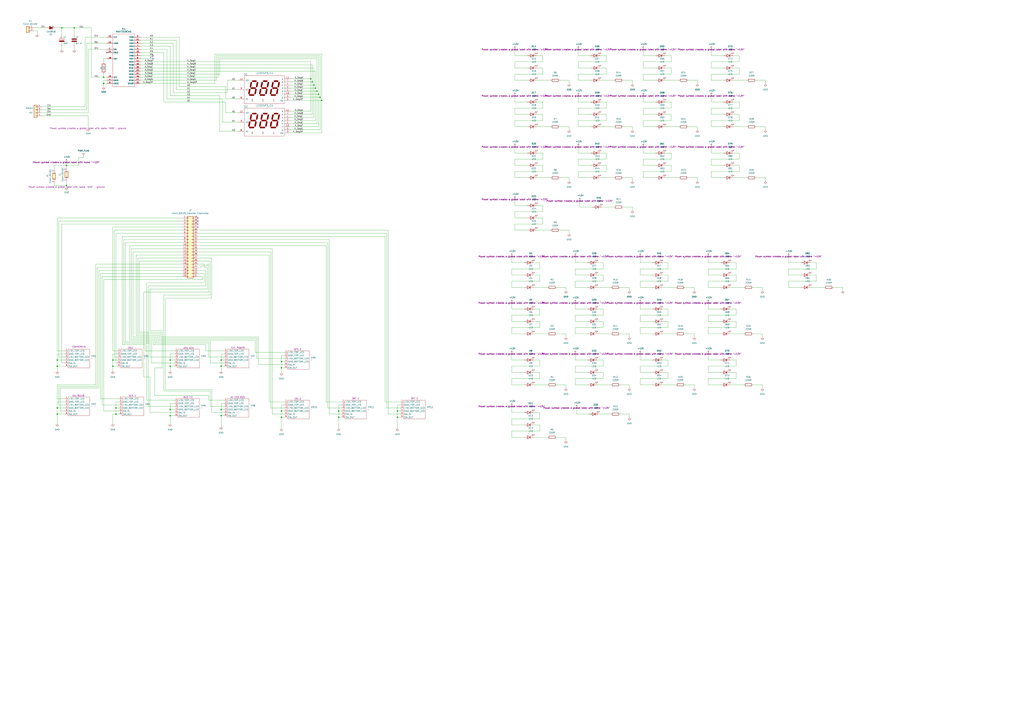
<source format=kicad_sch>
(kicad_sch (version 20250114) (generator "eeschema") (generator_version "9.0")
  (paper "A1")
  (junction (at 259.08 72.39))
  (junction (at 231.14 337.82))
  (junction (at 139.7 295.91))
  (junction (at 46.99 335.28))
  (junction (at 255.27 64.77))
  (junction (at 95.25 335.28))
  (junction (at 278.13 342.9))
  (junction (at 256.54 67.31))
  (junction (at 278.13 337.82))
  (junction (at 181.61 295.91))
  (junction (at 85.09 63.5))
  (junction (at 50.8 22.86))
  (junction (at 60.96 22.86))
  (junction (at 54.61 135.89))
  (junction (at 231.14 297.18))
  (junction (at 139.7 341.63))
  (junction (at 257.81 69.85))
  (junction (at 46.99 295.91))
  (junction (at 92.71 300.99))
  (junction (at 231.14 342.9))
  (junction (at 46.99 340.36))
  (junction (at 46.99 300.99))
  (junction (at 264.16 82.55))
  (junction (at 139.7 300.99))
  (junction (at 261.62 77.47))
  (junction (at 85.09 68.58))
  (junction (at 260.35 74.93))
  (junction (at 181.61 336.55))
  (junction (at 95.25 340.36))
  (junction (at 326.39 337.82))
  (junction (at 54.61 152.4))
  (junction (at 139.7 336.55))
  (junction (at 262.89 80.01))
  (junction (at 181.61 300.99))
  (junction (at 231.14 302.26))
  (junction (at 326.39 342.9))
  (junction (at 92.71 295.91))
  (junction (at 181.61 341.63))
  (no_connect (at 87.63 43.18))
  (no_connect (at 162.56 184.15))
  (no_connect (at 162.56 181.61))
  (no_connect (at 125.73 48.26))
  (no_connect (at 125.73 45.72))
  (no_connect (at 162.56 186.69))
  (no_connect (at 162.56 179.07))
  (wire (pts (xy 422.91 93.98) (xy 422.91 88.9)))
  (wire (pts (xy 584.2 50.8) (xy 607.06 50.8)))
  (wire (pts (xy 173.99 320.04) (xy 135.89 320.04)))
  (wire (pts (xy 27.94 25.4) (xy 30.48 25.4)))
  (wire (pts (xy 546.1 104.14) (xy 557.53 104.14)))
  (wire (pts (xy 430.53 226.06) (xy 420.37 226.06)))
  (wire (pts (xy 170.18 218.44) (xy 170.18 217.17)))
  (wire (pts (xy 459.74 66.04) (xy 467.36 66.04)))
  (wire (pts (xy 162.56 199.39) (xy 269.24 199.39)))
  (wire (pts (xy 445.77 130.81) (xy 445.77 125.73)))
  (wire (pts (xy 485.14 55.88) (xy 474.98 55.88)))
  (wire (pts (xy 170.18 217.17) (xy 171.45 217.17)))
  (wire (pts (xy 581.66 220.98) (xy 604.52 220.98)))
  (wire (pts (xy 182.88 100.33) (xy 195.58 100.33)))
  (wire (pts (xy 231.14 332.74) (xy 231.14 337.82)))
  (wire (pts (xy 115.57 43.18) (xy 134.62 43.18)))
  (wire (pts (xy 132.08 273.05) (xy 114.3 273.05)))
  (wire (pts (xy 584.2 120.65) (xy 584.2 125.73)))
  (wire (pts (xy 457.2 359.41) (xy 464.82 359.41)))
  (wire (pts (xy 516.89 316.23) (xy 516.89 318.77)))
  (wire (pts (xy 262.89 106.68) (xy 262.89 80.01)))
  (wire (pts (xy 139.7 78.74) (xy 139.7 38.1)))
  (wire (pts (xy 443.23 226.06) (xy 438.15 226.06)))
  (wire (pts (xy 123.19 271.78) (xy 123.19 237.49)))
  (wire (pts (xy 135.89 320.04) (xy 135.89 245.11)))
  (wire (pts (xy 422.91 104.14) (xy 422.91 99.06)))
  (wire (pts (xy 238.76 82.55) (xy 264.16 82.55)))
  (wire (pts (xy 538.48 135.89) (xy 528.32 135.89)))
  (wire (pts (xy 457.2 316.23) (xy 464.82 316.23)))
  (wire (pts (xy 72.39 92.71) (xy 72.39 40.64)))
  (wire (pts (xy 278.13 332.74) (xy 278.13 337.82)))
  (wire (pts (xy 259.08 58.42) (xy 259.08 72.39)))
  (wire (pts (xy 326.39 342.9) (xy 328.93 342.9)))
  (wire (pts (xy 581.66 231.14) (xy 604.52 231.14)))
  (wire (pts (xy 223.52 204.47) (xy 162.56 204.47)))
  (wire (pts (xy 495.3 220.98) (xy 495.3 215.9)))
  (wire (pts (xy 495.3 259.08) (xy 495.3 254)))
  (wire (pts (xy 139.7 304.8) (xy 139.7 300.99)))
  (wire (pts (xy 83.82 332.74) (xy 83.82 227.33)))
  (wire (pts (xy 238.76 77.47) (xy 261.62 77.47)))
  (wire (pts (xy 34.29 90.17) (xy 71.12 90.17)))
  (wire (pts (xy 538.48 146.05) (xy 528.32 146.05)))
  (wire (pts (xy 692.15 236.22) (xy 692.15 238.76)))
  (wire (pts (xy 562.61 236.22) (xy 570.23 236.22)))
  (wire (pts (xy 53.34 337.82) (xy 49.53 337.82)))
  (wire (pts (xy 316.23 194.31) (xy 316.23 330.2)))
  (wire (pts (xy 139.7 295.91) (xy 139.7 290.83)))
  (wire (pts (xy 581.66 210.82) (xy 581.66 215.9)))
  (wire (pts (xy 143.51 328.93) (xy 120.65 328.93)))
  (wire (pts (xy 212.09 299.72) (xy 212.09 276.86)))
  (wire (pts (xy 172.72 280.67) (xy 128.27 280.67)))
  (wire (pts (xy 525.78 316.23) (xy 525.78 311.15)))
  (wire (pts (xy 139.7 295.91) (xy 143.51 295.91)))
  (wire (pts (xy 528.32 120.65) (xy 528.32 125.73)))
  (wire (pts (xy 492.76 66.04) (xy 504.19 66.04)))
  (wire (pts (xy 591.82 316.23) (xy 581.66 316.23)))
  (wire (pts (xy 85.09 60.96) (xy 85.09 63.5)))
  (wire (pts (xy 127 281.94) (xy 171.45 281.94)))
  (wire (pts (xy 95.25 191.77) (xy 95.25 298.45)))
  (wire (pts (xy 422.91 184.15) (xy 445.77 184.15)))
  (wire (pts (xy 459.74 189.23) (xy 467.36 189.23)))
  (wire (pts (xy 599.44 316.23) (xy 610.87 316.23)))
  (wire (pts (xy 238.76 74.93) (xy 260.35 74.93)))
  (wire (pts (xy 121.92 334.01) (xy 121.92 234.95)))
  (wire (pts (xy 607.06 60.96) (xy 607.06 55.88)))
  (wire (pts (xy 171.45 281.94) (xy 171.45 293.37)))
  (wire (pts (xy 464.82 316.23) (xy 464.82 318.77)))
  (wire (pts (xy 115.57 35.56) (xy 142.24 35.56)))
  (wire (pts (xy 181.61 350.52) (xy 181.61 341.63)))
  (wire (pts (xy 626.11 316.23) (xy 626.11 318.77)))
  (wire (pts (xy 528.32 99.06) (xy 551.18 99.06)))
  (wire (pts (xy 482.6 316.23) (xy 472.44 316.23)))
  (wire (pts (xy 184.15 295.91) (xy 181.61 295.91)))
  (wire (pts (xy 422.91 179.07) (xy 422.91 173.99)))
  (wire (pts (xy 96.52 293.37) (xy 93.98 293.37)))
  (wire (pts (xy 220.98 209.55) (xy 220.98 330.2)))
  (wire (pts (xy 233.68 297.18) (xy 231.14 297.18)))
  (wire (pts (xy 551.18 130.81) (xy 551.18 125.73)))
  (wire (pts (xy 181.61 341.63) (xy 184.15 341.63)))
  (wire (pts (xy 604.52 300.99) (xy 604.52 295.91)))
  (wire (pts (xy 433.07 66.04) (xy 422.91 66.04)))
  (wire (pts (xy 495.3 231.14) (xy 495.3 226.06)))
  (wire (pts (xy 535.94 226.06) (xy 525.78 226.06)))
  (wire (pts (xy 570.23 236.22) (xy 570.23 238.76)))
  (wire (pts (xy 124.46 298.45) (xy 124.46 280.67)))
  (wire (pts (xy 269.24 199.39) (xy 269.24 335.28)))
  (wire (pts (xy 82.55 327.66) (xy 82.55 224.79)))
  (wire (pts (xy 665.48 236.22) (xy 676.91 236.22)))
  (wire (pts (xy 516.89 236.22) (xy 516.89 238.76)))
  (wire (pts (xy 647.7 220.98) (xy 670.56 220.98)))
  (wire (pts (xy 212.09 276.86) (xy 132.08 276.86)))
  (wire (pts (xy 485.14 66.04) (xy 474.98 66.04)))
  (wire (pts (xy 186.69 76.2) (xy 186.69 66.04)))
  (wire (pts (xy 420.37 269.24) (xy 443.23 269.24)))
  (wire (pts (xy 538.48 55.88) (xy 528.32 55.88)))
  (wire (pts (xy 125.73 283.21) (xy 125.73 279.4)))
  (wire (pts (xy 125.73 279.4) (xy 106.68 279.4)))
  (wire (pts (xy 607.06 55.88) (xy 601.98 55.88)))
  (wire (pts (xy 184.15 339.09) (xy 173.99 339.09)))
  (wire (pts (xy 443.23 311.15) (xy 443.23 306.07)))
  (wire (pts (xy 143.51 298.45) (xy 124.46 298.45)))
  (wire (pts (xy 109.22 276.86) (xy 109.22 207.01)))
  (wire (pts (xy 238.76 64.77) (xy 255.27 64.77)))
  (wire (pts (xy 132.08 276.86) (xy 132.08 273.05)))
  (wire (pts (xy 474.98 66.04) (xy 474.98 60.96)))
  (wire (pts (xy 482.6 264.16) (xy 472.44 264.16)))
  (wire (pts (xy 46.99 179.07) (xy 149.86 179.07)))
  (wire (pts (xy 594.36 66.04) (xy 584.2 66.04)))
  (wire (pts (xy 430.53 349.25) (xy 420.37 349.25)))
  (wire (pts (xy 184.15 290.83) (xy 181.61 290.83)))
  (wire (pts (xy 445.77 140.97) (xy 445.77 135.89)))
  (wire (pts (xy 509.27 340.36) (xy 516.89 340.36)))
  (wire (pts (xy 135.89 245.11) (xy 173.99 245.11)))
  (wire (pts (xy 581.66 248.92) (xy 581.66 254)))
  (wire (pts (xy 430.53 264.16) (xy 420.37 264.16)))
  (wire (pts (xy 485.14 93.98) (xy 474.98 93.98)))
  (wire (pts (xy 647.7 231.14) (xy 670.56 231.14)))
  (wire (pts (xy 97.79 337.82) (xy 85.09 337.82)))
  (wire (pts (xy 445.77 135.89) (xy 440.69 135.89)))
  (wire (pts (xy 548.64 311.15) (xy 548.64 306.07)))
  (wire (pts (xy 134.62 83.82) (xy 134.62 43.18)))
  (wire (pts (xy 474.98 45.72) (xy 485.14 45.72)))
  (wire (pts (xy 222.25 207.01) (xy 222.25 335.28)))
  (wire (pts (xy 97.79 335.28) (xy 95.25 335.28)))
  (wire (pts (xy 445.77 55.88) (xy 440.69 55.88)))
  (wire (pts (xy 107.95 278.13) (xy 127 278.13)))
  (wire (pts (xy 551.18 93.98) (xy 546.1 93.98)))
  (wire (pts (xy 495.3 215.9) (xy 490.22 215.9)))
  (wire (pts (xy 115.57 68.58) (xy 176.53 68.58)))
  (wire (pts (xy 543.56 274.32) (xy 554.99 274.32)))
  (wire (pts (xy 422.91 60.96) (xy 445.77 60.96)))
  (wire (pts (xy 594.36 104.14) (xy 584.2 104.14)))
  (wire (pts (xy 445.77 99.06) (xy 445.77 93.98)))
  (wire (pts (xy 171.45 325.12) (xy 127 325.12)))
  (wire (pts (xy 497.84 83.82) (xy 492.76 83.82)))
  (wire (pts (xy 495.3 226.06) (xy 490.22 226.06)))
  (wire (pts (xy 149.86 181.61) (xy 48.26 181.61)))
  (wire (pts (xy 485.14 135.89) (xy 474.98 135.89)))
  (wire (pts (xy 185.42 92.71) (xy 195.58 92.71)))
  (wire (pts (xy 185.42 83.82) (xy 185.42 92.71)))
  (wire (pts (xy 607.06 93.98) (xy 601.98 93.98)))
  (wire (pts (xy 168.91 283.21) (xy 125.73 283.21)))
  (wire (pts (xy 474.98 78.74) (xy 474.98 83.82)))
  (wire (pts (xy 85.09 337.82) (xy 85.09 229.87)))
  (wire (pts (xy 120.65 232.41) (xy 167.64 232.41)))
  (wire (pts (xy 472.44 269.24) (xy 495.3 269.24)))
  (wire (pts (xy 97.79 340.36) (xy 95.25 340.36)))
  (wire (pts (xy 495.3 254) (xy 490.22 254)))
  (wire (pts (xy 657.86 236.22) (xy 647.7 236.22)))
  (wire (pts (xy 474.98 50.8) (xy 497.84 50.8)))
  (wire (pts (xy 548.64 306.07) (xy 543.56 306.07)))
  (wire (pts (xy 264.16 44.45) (xy 176.53 44.45)))
  (wire (pts (xy 594.36 146.05) (xy 584.2 146.05)))
  (wire (pts (xy 584.2 130.81) (xy 607.06 130.81)))
  (wire (pts (xy 525.78 264.16) (xy 525.78 259.08)))
  (wire (pts (xy 422.91 173.99) (xy 445.77 173.99)))
  (wire (pts (xy 440.69 189.23) (xy 452.12 189.23)))
  (wire (pts (xy 495.3 264.16) (xy 490.22 264.16)))
  (wire (pts (xy 93.98 293.37) (xy 93.98 189.23)))
  (wire (pts (xy 326.39 332.74) (xy 326.39 337.82)))
  (wire (pts (xy 467.36 104.14) (xy 467.36 106.68)))
  (wire (pts (xy 474.98 130.81) (xy 497.84 130.81)))
  (wire (pts (xy 584.2 146.05) (xy 584.2 140.97)))
  (wire (pts (xy 511.81 104.14) (xy 519.43 104.14)))
  (wire (pts (xy 46.99 290.83) (xy 46.99 295.91)))
  (wire (pts (xy 95.25 330.2) (xy 97.79 330.2)))
  (wire (pts (xy 581.66 290.83) (xy 581.66 295.91)))
  (wire (pts (xy 46.99 347.98) (xy 46.99 340.36)))
  (wire (pts (xy 137.16 81.28) (xy 137.16 40.64)))
  (wire (pts (xy 49.53 318.77) (xy 81.28 318.77)))
  (wire (pts (xy 601.98 146.05) (xy 613.41 146.05)))
  (wire (pts (xy 34.29 92.71) (xy 72.39 92.71)))
  (wire (pts (xy 445.77 45.72) (xy 440.69 45.72)))
  (wire (pts (xy 50.8 22.86) (xy 60.96 22.86)))
  (wire (pts (xy 604.52 259.08) (xy 604.52 254)))
  (wire (pts (xy 548.64 259.08) (xy 548.64 254)))
  (wire (pts (xy 490.22 274.32) (xy 501.65 274.32)))
  (wire (pts (xy 165.1 218.44) (xy 170.18 218.44)))
  (wire (pts (xy 562.61 274.32) (xy 570.23 274.32)))
  (wire (pts (xy 48.26 332.74) (xy 53.34 332.74)))
  (wire (pts (xy 472.44 231.14) (xy 495.3 231.14)))
  (wire (pts (xy 166.37 229.87) (xy 166.37 227.33)))
  (wire (pts (xy 420.37 349.25) (xy 420.37 344.17)))
  (wire (pts (xy 528.32 88.9) (xy 551.18 88.9)))
  (wire (pts (xy 670.56 220.98) (xy 670.56 215.9)))
  (wire (pts (xy 171.45 293.37) (xy 184.15 293.37)))
  (wire (pts (xy 440.69 66.04) (xy 452.12 66.04)))
  (wire (pts (xy 445.77 173.99) (xy 445.77 168.91)))
  (wire (pts (xy 85.09 68.58) (xy 85.09 71.12)))
  (wire (pts (xy 74.93 22.86) (xy 74.93 63.5)))
  (wire (pts (xy 443.23 306.07) (xy 438.15 306.07)))
  (wire (pts (xy 172.72 242.57) (xy 172.72 214.63)))
  (wire (pts (xy 46.99 340.36) (xy 53.34 340.36)))
  (wire (pts (xy 591.82 226.06) (xy 581.66 226.06)))
  (wire (pts (xy 130.81 274.32) (xy 130.81 278.13)))
  (wire (pts (xy 420.37 290.83) (xy 420.37 295.91)))
  (wire (pts (xy 430.53 274.32) (xy 420.37 274.32)))
  (wire (pts (xy 123.19 237.49) (xy 170.18 237.49)))
  (wire (pts (xy 519.43 104.14) (xy 519.43 106.68)))
  (wire (pts (xy 60.96 22.86) (xy 60.96 27.94)))
  (wire (pts (xy 162.56 196.85) (xy 270.51 196.85)))
  (wire (pts (xy 420.37 215.9) (xy 430.53 215.9)))
  (wire (pts (xy 467.36 146.05) (xy 467.36 148.59)))
  (wire (pts (xy 495.3 306.07) (xy 490.22 306.07)))
  (wire (pts (xy 107.95 204.47) (xy 107.95 278.13)))
  (wire (pts (xy 420.37 306.07) (xy 420.37 300.99)))
  (wire (pts (xy 472.44 215.9) (xy 482.6 215.9)))
  (wire (pts (xy 581.66 259.08) (xy 604.52 259.08)))
  (wire (pts (xy 509.27 316.23) (xy 516.89 316.23)))
  (wire (pts (xy 525.78 295.91) (xy 535.94 295.91)))
  (wire (pts (xy 440.69 104.14) (xy 452.12 104.14)))
  (wire (pts (xy 54.61 135.89) (xy 54.61 137.16)))
  (wire (pts (xy 139.7 336.55) (xy 143.51 336.55)))
  (wire (pts (xy 46.99 300.99) (xy 53.34 300.99)))
  (wire (pts (xy 420.37 210.82) (xy 420.37 215.9)))
  (wire (pts (xy 464.82 274.32) (xy 464.82 276.86)))
  (wire (pts (xy 584.2 104.14) (xy 584.2 99.06)))
  (wire (pts (xy 562.61 316.23) (xy 570.23 316.23)))
  (wire (pts (xy 168.91 234.95) (xy 168.91 222.25)))
  (wire (pts (xy 476.25 170.18) (xy 486.41 170.18)))
  (wire (pts (xy 565.15 146.05) (xy 572.77 146.05)))
  (wire (pts (xy 177.8 66.04) (xy 177.8 45.72)))
  (wire (pts (xy 565.15 66.04) (xy 572.77 66.04)))
  (wire (pts (xy 422.91 45.72) (xy 433.07 45.72)))
  (wire (pts (xy 184.15 331.47) (xy 181.61 331.47)))
  (wire (pts (xy 85.09 48.26) (xy 87.63 48.26)))
  (wire (pts (xy 167.64 232.41) (xy 167.64 224.79)))
  (wire (pts (xy 115.57 63.5) (xy 179.07 63.5)))
  (wire (pts (xy 601.98 66.04) (xy 613.41 66.04)))
  (wire (pts (xy 528.32 40.64) (xy 528.32 45.72)))
  (wire (pts (xy 137.16 81.28) (xy 182.88 81.28)))
  (wire (pts (xy 528.32 130.81) (xy 551.18 130.81)))
  (wire (pts (xy 123.19 309.88) (xy 118.11 309.88)))
  (wire (pts (xy 80.01 317.5) (xy 48.26 317.5)))
  (wire (pts (xy 621.03 146.05) (xy 628.65 146.05)))
  (wire (pts (xy 238.76 104.14) (xy 261.62 104.14)))
  (wire (pts (xy 511.81 146.05) (xy 519.43 146.05)))
  (wire (pts (xy 92.71 288.29) (xy 96.52 288.29)))
  (wire (pts (xy 472.44 274.32) (xy 472.44 269.24)))
  (wire (pts (xy 604.52 306.07) (xy 599.44 306.07)))
  (wire (pts (xy 49.53 337.82) (xy 49.53 318.77)))
  (wire (pts (xy 121.92 234.95) (xy 168.91 234.95)))
  (wire (pts (xy 548.64 254) (xy 543.56 254)))
  (wire (pts (xy 260.35 101.6) (xy 260.35 74.93)))
  (wire (pts (xy 422.91 120.65) (xy 422.91 125.73)))
  (wire (pts (xy 54.61 133.35) (xy 54.61 135.89)))
  (wire (pts (xy 494.03 170.18) (xy 504.19 170.18)))
  (wire (pts (xy 260.35 48.26) (xy 260.35 74.93)))
  (wire (pts (xy 278.13 337.82) (xy 278.13 342.9)))
  (wire (pts (xy 528.32 140.97) (xy 551.18 140.97)))
  (wire (pts (xy 420.37 220.98) (xy 443.23 220.98)))
  (wire (pts (xy 581.66 236.22) (xy 581.66 231.14)))
  (wire (pts (xy 543.56 236.22) (xy 554.99 236.22)))
  (wire (pts (xy 604.52 215.9) (xy 599.44 215.9)))
  (wire (pts (xy 528.32 135.89) (xy 528.32 130.81)))
  (wire (pts (xy 280.67 335.28) (xy 269.24 335.28)))
  (wire (pts (xy 97.79 332.74) (xy 83.82 332.74)))
  (wire (pts (xy 46.99 288.29) (xy 53.34 288.29)))
  (wire (pts (xy 443.23 259.08) (xy 443.23 254)))
  (wire (pts (xy 162.56 219.71) (xy 165.1 219.71)))
  (wire (pts (xy 238.76 106.68) (xy 262.89 106.68)))
  (wire (pts (xy 422.91 50.8) (xy 445.77 50.8)))
  (wire (pts (xy 255.27 64.77) (xy 255.27 91.44)))
  (wire (pts (xy 535.94 316.23) (xy 525.78 316.23)))
  (wire (pts (xy 238.76 101.6) (xy 260.35 101.6)))
  (wire (pts (xy 210.82 294.64) (xy 233.68 294.64)))
  (wire (pts (xy 443.23 295.91) (xy 438.15 295.91)))
  (wire (pts (xy 180.34 78.74) (xy 180.34 107.95)))
  (wire (pts (xy 647.7 226.06) (xy 647.7 220.98)))
  (wire (pts (xy 628.65 146.05) (xy 628.65 148.59)))
  (wire (pts (xy 472.44 295.91) (xy 482.6 295.91)))
  (wire (pts (xy 497.84 88.9) (xy 497.84 83.82)))
  (wire (pts (xy 420.37 311.15) (xy 443.23 311.15)))
  (wire (pts (xy 472.44 210.82) (xy 472.44 215.9)))
  (wire (pts (xy 497.84 125.73) (xy 492.76 125.73)))
  (wire (pts (xy 445.77 125.73) (xy 440.69 125.73)))
  (wire (pts (xy 149.86 204.47) (xy 107.95 204.47)))
  (wire (pts (xy 474.98 120.65) (xy 474.98 125.73)))
  (wire (pts (xy 167.64 224.79) (xy 162.56 224.79)))
  (wire (pts (xy 256.54 67.31) (xy 256.54 93.98)))
  (wire (pts (xy 134.62 83.82) (xy 185.42 83.82)))
  (wire (pts (xy 69.85 30.48) (xy 87.63 30.48)))
  (wire (pts (xy 618.49 274.32) (xy 626.11 274.32)))
  (wire (pts (xy 584.2 125.73) (xy 594.36 125.73)))
  (wire (pts (xy 474.98 146.05) (xy 474.98 140.97)))
  (wire (pts (xy 474.98 125.73) (xy 485.14 125.73)))
  (wire (pts (xy 443.23 264.16) (xy 438.15 264.16)))
  (wire (pts (xy 48.26 317.5) (xy 48.26 332.74)))
  (wire (pts (xy 519.43 170.18) (xy 519.43 172.72)))
  (wire (pts (xy 604.52 269.24) (xy 604.52 264.16)))
  (wire (pts (xy 420.37 339.09) (xy 430.53 339.09)))
  (wire (pts (xy 92.71 295.91) (xy 96.52 295.91)))
  (wire (pts (xy 438.15 236.22) (xy 449.58 236.22)))
  (wire (pts (xy 528.32 50.8) (xy 551.18 50.8)))
  (wire (pts (xy 85.09 63.5) (xy 87.63 63.5)))
  (wire (pts (xy 54.61 152.4) (xy 54.61 153.67)))
  (wire (pts (xy 50.8 184.15) (xy 50.8 298.45)))
  (wire (pts (xy 115.57 30.48) (xy 147.32 30.48)))
  (wire (pts (xy 101.6 281.94) (xy 123.19 281.94)))
  (wire (pts (xy 445.77 184.15) (xy 445.77 179.07)))
  (wire (pts (xy 584.2 55.88) (xy 584.2 50.8)))
  (wire (pts (xy 584.2 60.96) (xy 607.06 60.96)))
  (wire (pts (xy 326.39 337.82) (xy 326.39 342.9)))
  (wire (pts (xy 472.44 259.08) (xy 495.3 259.08)))
  (wire (pts (xy 420.37 259.08) (xy 443.23 259.08)))
  (wire (pts (xy 139.7 336.55) (xy 139.7 331.47)))
  (wire (pts (xy 233.68 292.1) (xy 231.14 292.1)))
  (wire (pts (xy 238.76 80.01) (xy 262.89 80.01)))
  (wire (pts (xy 328.93 335.28) (xy 317.5 335.28)))
  (wire (pts (xy 209.55 279.4) (xy 129.54 279.4)))
  (wire (pts (xy 628.65 66.04) (xy 628.65 68.58)))
  (wire (pts (xy 34.29 87.63) (xy 69.85 87.63)))
  (wire (pts (xy 497.84 135.89) (xy 492.76 135.89)))
  (wire (pts (xy 472.44 226.06) (xy 472.44 220.98)))
  (wire (pts (xy 115.57 66.04) (xy 177.8 66.04)))
  (wire (pts (xy 69.85 87.63) (xy 69.85 30.48)))
  (wire (pts (xy 238.76 91.44) (xy 255.27 91.44)))
  (wire (pts (xy 44.45 138.43) (xy 44.45 135.89)))
  (wire (pts (xy 78.74 217.17) (xy 149.86 217.17)))
  (wire (pts (xy 548.64 231.14) (xy 548.64 226.06)))
  (wire (pts (xy 525.78 254) (xy 535.94 254)))
  (wire (pts (xy 280.67 332.74) (xy 278.13 332.74)))
  (wire (pts (xy 551.18 99.06) (xy 551.18 93.98)))
  (wire (pts (xy 607.06 135.89) (xy 601.98 135.89)))
  (wire (pts (xy 139.7 341.63) (xy 139.7 336.55)))
  (wire (pts (xy 422.91 189.23) (xy 422.91 184.15)))
  (wire (pts (xy 443.23 349.25) (xy 438.15 349.25)))
  (wire (pts (xy 144.78 73.66) (xy 195.58 73.66)))
  (wire (pts (xy 657.86 226.06) (xy 647.7 226.06)))
  (wire (pts (xy 647.7 236.22) (xy 647.7 231.14)))
  (wire (pts (xy 548.64 226.06) (xy 543.56 226.06)))
  (wire (pts (xy 113.03 274.32) (xy 130.81 274.32)))
  (wire (pts (xy 581.66 295.91) (xy 591.82 295.91)))
  (wire (pts (xy 422.91 55.88) (xy 422.91 50.8)))
  (wire (pts (xy 127 302.26) (xy 133.35 302.26)))
  (wire (pts (xy 139.7 347.98) (xy 139.7 341.63)))
  (wire (pts (xy 233.68 289.56) (xy 209.55 289.56)))
  (wire (pts (xy 443.23 269.24) (xy 443.23 264.16)))
  (wire (pts (xy 420.37 264.16) (xy 420.37 259.08)))
  (wire (pts (xy 238.76 69.85) (xy 257.81 69.85)))
  (wire (pts (xy 525.78 215.9) (xy 535.94 215.9)))
  (wire (pts (xy 162.56 201.93) (xy 267.97 201.93)))
  (wire (pts (xy 474.98 99.06) (xy 497.84 99.06)))
  (wire (pts (xy 525.78 226.06) (xy 525.78 220.98)))
  (wire (pts (xy 420.37 254) (xy 430.53 254)))
  (wire (pts (xy 115.57 38.1) (xy 139.7 38.1)))
  (wire (pts (xy 173.99 212.09) (xy 162.56 212.09)))
  (wire (pts (xy 546.1 146.05) (xy 557.53 146.05)))
  (wire (pts (xy 129.54 279.4) (xy 129.54 275.59)))
  (wire (pts (xy 472.44 306.07) (xy 472.44 300.99)))
  (wire (pts (xy 572.77 66.04) (xy 572.77 68.58)))
  (wire (pts (xy 581.66 254) (xy 591.82 254)))
  (wire (pts (xy 326.39 351.79) (xy 326.39 342.9)))
  (wire (pts (xy 548.64 300.99) (xy 548.64 295.91)))
  (wire (pts (xy 474.98 60.96) (xy 497.84 60.96)))
  (wire (pts (xy 621.03 104.14) (xy 628.65 104.14)))
  (wire (pts (xy 144.78 73.66) (xy 144.78 33.02)))
  (wire (pts (xy 167.64 217.17) (xy 162.56 217.17)))
  (wire (pts (xy 670.56 231.14) (xy 670.56 226.06)))
  (wire (pts (xy 474.98 93.98) (xy 474.98 88.9)))
  (wire (pts (xy 604.52 226.06) (xy 599.44 226.06)))
  (wire (pts (xy 584.2 83.82) (xy 594.36 83.82)))
  (wire (pts (xy 262.89 45.72) (xy 262.89 80.01)))
  (wire (pts (xy 143.51 334.01) (xy 121.92 334.01)))
  (wire (pts (xy 584.2 140.97) (xy 607.06 140.97)))
  (wire (pts (xy 328.93 332.74) (xy 326.39 332.74)))
  (wire (pts (xy 422.91 99.06) (xy 445.77 99.06)))
  (wire (pts (xy 54.61 135.89) (xy 64.77 135.89)))
  (wire (pts (xy 177.8 45.72) (xy 262.89 45.72)))
  (wire (pts (xy 318.77 189.23) (xy 318.77 340.36)))
  (wire (pts (xy 420.37 236.22) (xy 420.37 231.14)))
  (wire (pts (xy 182.88 81.28) (xy 182.88 100.33)))
  (wire (pts (xy 485.14 146.05) (xy 474.98 146.05)))
  (wire (pts (xy 115.57 40.64) (xy 137.16 40.64)))
  (wire (pts (xy 278.13 342.9) (xy 280.67 342.9)))
  (wire (pts (xy 127 278.13) (xy 127 281.94)))
  (wire (pts (xy 173.99 245.11) (xy 173.99 212.09)))
  (wire (pts (xy 72.39 95.25) (xy 72.39 105.41)))
  (wire (pts (xy 570.23 274.32) (xy 570.23 276.86)))
  (wire (pts (xy 231.14 337.82) (xy 231.14 342.9)))
  (wire (pts (xy 467.36 66.04) (xy 467.36 68.58)))
  (wire (pts (xy 92.71 304.8) (xy 92.71 300.99)))
  (wire (pts (xy 626.11 236.22) (xy 626.11 238.76)))
  (wire (pts (xy 92.71 300.99) (xy 96.52 300.99)))
  (wire (pts (xy 565.15 104.14) (xy 572.77 104.14)))
  (wire (pts (xy 261.62 46.99) (xy 261.62 77.47)))
  (wire (pts (xy 604.52 220.98) (xy 604.52 215.9)))
  (wire (pts (xy 509.27 274.32) (xy 516.89 274.32)))
  (wire (pts (xy 139.7 341.63) (xy 143.51 341.63)))
  (wire (pts (xy 572.77 146.05) (xy 572.77 148.59)))
  (wire (pts (xy 647.7 210.82) (xy 647.7 215.9)))
  (wire (pts (xy 525.78 236.22) (xy 525.78 231.14)))
  (wire (pts (xy 186.69 66.04) (xy 195.58 66.04)))
  (wire (pts (xy 139.7 300.99) (xy 143.51 300.99)))
  (wire (pts (xy 485.14 104.14) (xy 474.98 104.14)))
  (wire (pts (xy 607.06 88.9) (xy 607.06 83.82)))
  (wire (pts (xy 443.23 339.09) (xy 438.15 339.09)))
  (wire (pts (xy 538.48 66.04) (xy 528.32 66.04)))
  (wire (pts (xy 459.74 146.05) (xy 467.36 146.05)))
  (wire (pts (xy 420.37 334.01) (xy 420.37 339.09)))
  (wire (pts (xy 149.86 186.69) (xy 92.71 186.69)))
  (wire (pts (xy 170.18 237.49) (xy 170.18 219.71)))
  (wire (pts (xy 46.99 330.2) (xy 53.34 330.2)))
  (wire (pts (xy 438.15 274.32) (xy 449.58 274.32)))
  (wire (pts (xy 162.56 191.77) (xy 317.5 191.77)))
  (wire (pts (xy 497.84 130.81) (xy 497.84 125.73)))
  (wire (pts (xy 464.82 359.41) (xy 464.82 361.95)))
  (wire (pts (xy 238.76 96.52) (xy 257.81 96.52)))
  (wire (pts (xy 591.82 306.07) (xy 581.66 306.07)))
  (wire (pts (xy 420.37 359.41) (xy 420.37 354.33)))
  (wire (pts (xy 528.32 104.14) (xy 528.32 99.06)))
  (wire (pts (xy 102.87 280.67) (xy 102.87 199.39)))
  (wire (pts (xy 472.44 248.92) (xy 472.44 254)))
  (wire (pts (xy 278.13 351.79) (xy 278.13 342.9)))
  (wire (pts (xy 457.2 236.22) (xy 464.82 236.22)))
  (wire (pts (xy 115.57 53.34) (xy 256.54 53.34)))
  (wire (pts (xy 233.68 330.2) (xy 220.98 330.2)))
  (wire (pts (xy 95.25 335.28) (xy 95.25 330.2)))
  (wire (pts (xy 618.49 236.22) (xy 626.11 236.22)))
  (wire (pts (xy 584.2 78.74) (xy 584.2 83.82)))
  (wire (pts (xy 185.42 81.28) (xy 195.58 81.28)))
  (wire (pts (xy 422.91 125.73) (xy 433.07 125.73)))
  (wire (pts (xy 422.91 66.04) (xy 422.91 60.96)))
  (wire (pts (xy 166.37 227.33) (xy 162.56 227.33)))
  (wire (pts (xy 594.36 55.88) (xy 584.2 55.88)))
  (wire (pts (xy 445.77 88.9) (xy 445.77 83.82)))
  (wire (pts (xy 259.08 99.06) (xy 259.08 72.39)))
  (wire (pts (xy 594.36 93.98) (xy 584.2 93.98)))
  (wire (pts (xy 172.72 298.45) (xy 172.72 280.67)))
  (wire (pts (xy 528.32 83.82) (xy 538.48 83.82)))
  (wire (pts (xy 119.38 288.29) (xy 119.38 283.21)))
  (wire (pts (xy 473.71 335.28) (xy 473.71 340.36)))
  (wire (pts (xy 490.22 236.22) (xy 501.65 236.22)))
  (wire (pts (xy 433.07 146.05) (xy 422.91 146.05)))
  (wire (pts (xy 139.7 331.47) (xy 143.51 331.47)))
  (wire (pts (xy 599.44 236.22) (xy 610.87 236.22)))
  (wire (pts (xy 134.62 321.31) (xy 134.62 242.57)))
  (wire (pts (xy 511.81 66.04) (xy 519.43 66.04)))
  (wire (pts (xy 101.6 196.85) (xy 101.6 281.94)))
  (wire (pts (xy 34.29 95.25) (xy 72.39 95.25)))
  (wire (pts (xy 422.91 140.97) (xy 445.77 140.97)))
  (wire (pts (xy 543.56 316.23) (xy 554.99 316.23)))
  (wire (pts (xy 48.26 181.61) (xy 48.26 293.37)))
  (wire (pts (xy 85.09 50.8) (xy 85.09 48.26)))
  (wire (pts (xy 133.35 302.26) (xy 133.35 271.78)))
  (wire (pts (xy 128.27 280.67) (xy 128.27 276.86)))
  (wire (pts (xy 528.32 78.74) (xy 528.32 83.82)))
  (wire (pts (xy 127 325.12) (xy 127 302.26)))
  (wire (pts (xy 535.94 274.32) (xy 525.78 274.32)))
  (wire (pts (xy 497.84 60.96) (xy 497.84 55.88)))
  (wire (pts (xy 443.23 300.99) (xy 443.23 295.91)))
  (wire (pts (xy 176.53 44.45) (xy 176.53 68.58)))
  (wire (pts (xy 607.06 140.97) (xy 607.06 135.89)))
  (wire (pts (xy 46.99 295.91) (xy 53.34 295.91)))
  (wire (pts (xy 257.81 55.88) (xy 257.81 69.85)))
  (wire (pts (xy 420.37 248.92) (xy 420.37 254)))
  (wire (pts (xy 525.78 300.99) (xy 548.64 300.99)))
  (wire (pts (xy 528.32 93.98) (xy 528.32 88.9)))
  (wire (pts (xy 46.99 300.99) (xy 46.99 304.8)))
  (wire (pts (xy 180.34 60.96) (xy 180.34 48.26)))
  (wire (pts (xy 572.77 104.14) (xy 572.77 106.68)))
  (wire (pts (xy 50.8 38.1) (xy 50.8 40.64)))
  (wire (pts (xy 474.98 88.9) (xy 497.84 88.9)))
  (wire (pts (xy 581.66 269.24) (xy 604.52 269.24)))
  (wire (pts (xy 584.2 88.9) (xy 607.06 88.9)))
  (wire (pts (xy 114.3 214.63) (xy 149.86 214.63)))
  (wire (pts (xy 551.18 83.82) (xy 546.1 83.82)))
  (wire (pts (xy 422.91 135.89) (xy 422.91 130.81)))
  (wire (pts (xy 111.76 209.55) (xy 149.86 209.55)))
  (wire (pts (xy 106.68 279.4) (xy 106.68 201.93)))
  (wire (pts (xy 233.68 340.36) (xy 223.52 340.36)))
  (wire (pts (xy 472.44 264.16) (xy 472.44 259.08)))
  (wire (pts (xy 440.69 146.05) (xy 452.12 146.05)))
  (wire (pts (xy 328.93 337.82) (xy 326.39 337.82)))
  (wire (pts (xy 179.07 46.99) (xy 261.62 46.99)))
  (wire (pts (xy 118.11 240.03) (xy 171.45 240.03)))
  (wire (pts (xy 238.76 93.98) (xy 256.54 93.98)))
  (wire (pts (xy 433.07 93.98) (xy 422.91 93.98)))
  (wire (pts (xy 54.61 149.86) (xy 54.61 152.4)))
  (wire (pts (xy 184.15 334.01) (xy 172.72 334.01)))
  (wire (pts (xy 181.61 300.99) (xy 184.15 300.99)))
  (wire (pts (xy 445.77 168.91) (xy 440.69 168.91)))
  (wire (pts (xy 528.32 66.04) (xy 528.32 60.96)))
  (wire (pts (xy 525.78 311.15) (xy 548.64 311.15)))
  (wire (pts (xy 139.7 290.83) (xy 143.51 290.83)))
  (wire (pts (xy 50.8 298.45) (xy 53.34 298.45)))
  (wire (pts (xy 280.67 340.36) (xy 270.51 340.36)))
  (wire (pts (xy 264.16 82.55) (xy 264.16 109.22)))
  (wire (pts (xy 525.78 306.07) (xy 525.78 300.99)))
  (wire (pts (xy 516.89 340.36) (xy 516.89 342.9)))
  (wire (pts (xy 474.98 83.82) (xy 485.14 83.82)))
  (wire (pts (xy 482.6 226.06) (xy 472.44 226.06)))
  (wire (pts (xy 179.07 63.5) (xy 179.07 46.99)))
  (wire (pts (xy 113.03 212.09) (xy 113.03 274.32)))
  (wire (pts (xy 231.14 302.26) (xy 233.68 302.26)))
  (wire (pts (xy 430.53 359.41) (xy 420.37 359.41)))
  (wire (pts (xy 528.32 125.73) (xy 538.48 125.73)))
  (wire (pts (xy 128.27 276.86) (xy 109.22 276.86)))
  (wire (pts (xy 538.48 93.98) (xy 528.32 93.98)))
  (wire (pts (xy 607.06 99.06) (xy 607.06 93.98)))
  (wire (pts (xy 464.82 236.22) (xy 464.82 238.76)))
  (wire (pts (xy 551.18 140.97) (xy 551.18 135.89)))
  (wire (pts (xy 546.1 66.04) (xy 557.53 66.04)))
  (wire (pts (xy 474.98 104.14) (xy 474.98 99.06)))
  (wire (pts (xy 430.53 306.07) (xy 420.37 306.07)))
  (wire (pts (xy 184.15 298.45) (xy 172.72 298.45)))
  (wire (pts (xy 115.57 33.02) (xy 144.78 33.02)))
  (wire (pts (xy 476.25 165.1) (xy 476.25 170.18)))
  (wire (pts (xy 92.71 186.69) (xy 92.71 288.29)))
  (wire (pts (xy 181.61 336.55) (xy 181.61 341.63)))
  (wire (pts (xy 149.86 219.71) (xy 80.01 219.71)))
  (wire (pts (xy 525.78 210.82) (xy 525.78 215.9)))
  (wire (pts (xy 149.86 191.77) (xy 95.25 191.77)))
  (wire (pts (xy 433.07 104.14) (xy 422.91 104.14)))
  (wire (pts (xy 528.32 45.72) (xy 538.48 45.72)))
  (wire (pts (xy 525.78 290.83) (xy 525.78 295.91)))
  (wire (pts (xy 210.82 278.13) (xy 210.82 294.64)))
  (wire (pts (xy 171.45 328.93) (xy 171.45 325.12)))
  (wire (pts (xy 430.53 236.22) (xy 420.37 236.22)))
  (wire (pts (xy 459.74 104.14) (xy 467.36 104.14)))
  (wire (pts (xy 443.23 231.14) (xy 443.23 226.06)))
  (wire (pts (xy 83.82 227.33) (xy 149.86 227.33)))
  (wire (pts (xy 525.78 274.32) (xy 525.78 269.24)))
  (wire (pts (xy 181.61 304.8) (xy 181.61 300.99)))
  (wire (pts (xy 422.91 146.05) (xy 422.91 140.97)))
  (wire (pts (xy 548.64 264.16) (xy 543.56 264.16)))
  (wire (pts (xy 474.98 135.89) (xy 474.98 130.81)))
  (wire (pts (xy 280.67 337.82) (xy 278.13 337.82)))
  (wire (pts (xy 81.28 222.25) (xy 149.86 222.25)))
  (wire (pts (xy 267.97 330.2) (xy 267.97 201.93)))
  (wire (pts (xy 181.61 295.91) (xy 181.61 300.99)))
  (wire (pts (xy 44.45 151.13) (xy 44.45 152.4)))
  (wire (pts (xy 172.72 214.63) (xy 162.56 214.63)))
  (wire (pts (xy 111.76 275.59) (xy 111.76 209.55)))
  (wire (pts (xy 516.89 274.32) (xy 516.89 276.86)))
  (wire (pts (xy 584.2 135.89) (xy 584.2 130.81)))
  (wire (pts (xy 78.74 316.23) (xy 78.74 217.17)))
  (wire (pts (xy 46.99 335.28) (xy 53.34 335.28)))
  (wire (pts (xy 670.56 226.06) (xy 665.48 226.06)))
  (wire (pts (xy 584.2 93.98) (xy 584.2 88.9)))
  (wire (pts (xy 85.09 229.87) (xy 166.37 229.87)))
  (wire (pts (xy 238.76 72.39) (xy 259.08 72.39)))
  (wire (pts (xy 482.6 306.07) (xy 472.44 306.07)))
  (wire (pts (xy 443.23 354.33) (xy 443.23 349.25)))
  (wire (pts (xy 581.66 316.23) (xy 581.66 311.15)))
  (wire (pts (xy 100.33 194.31) (xy 149.86 194.31)))
  (wire (pts (xy 238.76 109.22) (xy 264.16 109.22)))
  (wire (pts (xy 223.52 340.36) (xy 223.52 204.47)))
  (wire (pts (xy 581.66 264.16) (xy 581.66 259.08)))
  (wire (pts (xy 422.91 83.82) (xy 433.07 83.82)))
  (wire (pts (xy 162.56 189.23) (xy 318.77 189.23)))
  (wire (pts (xy 81.28 318.77) (xy 81.28 222.25)))
  (wire (pts (xy 167.64 219.71) (xy 167.64 217.17)))
  (wire (pts (xy 257.81 69.85) (xy 257.81 96.52)))
  (wire (pts (xy 53.34 327.66) (xy 46.99 327.66)))
  (wire (pts (xy 80.01 219.71) (xy 80.01 317.5)))
  (wire (pts (xy 115.57 55.88) (xy 257.81 55.88)))
  (wire (pts (xy 443.23 344.17) (xy 443.23 339.09)))
  (wire (pts (xy 181.61 290.83) (xy 181.61 295.91)))
  (wire (pts (xy 647.7 215.9) (xy 657.86 215.9)))
  (wire (pts (xy 528.32 60.96) (xy 551.18 60.96)))
  (wire (pts (xy 525.78 269.24) (xy 548.64 269.24)))
  (wire (pts (xy 551.18 88.9) (xy 551.18 83.82)))
  (wire (pts (xy 172.72 321.31) (xy 134.62 321.31)))
  (wire (pts (xy 445.77 83.82) (xy 440.69 83.82)))
  (wire (pts (xy 238.76 67.31) (xy 256.54 67.31)))
  (wire (pts (xy 68.58 129.54) (xy 68.58 128.27)))
  (wire (pts (xy 570.23 316.23) (xy 570.23 318.77)))
  (wire (pts (xy 256.54 53.34) (xy 256.54 67.31)))
  (wire (pts (xy 525.78 220.98) (xy 548.64 220.98)))
  (wire (pts (xy 604.52 264.16) (xy 599.44 264.16)))
  (wire (pts (xy 114.3 273.05) (xy 114.3 214.63)))
  (wire (pts (xy 92.71 300.99) (xy 92.71 295.91)))
  (wire (pts (xy 317.5 191.77) (xy 317.5 335.28)))
  (wire (pts (xy 604.52 311.15) (xy 604.52 306.07)))
  (wire (pts (xy 445.77 50.8) (xy 445.77 45.72)))
  (wire (pts (xy 30.48 25.4) (xy 30.48 27.94)))
  (wire (pts (xy 420.37 316.23) (xy 420.37 311.15)))
  (wire (pts (xy 44.45 152.4) (xy 54.61 152.4)))
  (wire (pts (xy 142.24 76.2) (xy 186.69 76.2)))
  (wire (pts (xy 509.27 236.22) (xy 516.89 236.22)))
  (wire (pts (xy 492.76 146.05) (xy 504.19 146.05)))
  (wire (pts (xy 491.49 340.36) (xy 501.65 340.36)))
  (wire (pts (xy 607.06 50.8) (xy 607.06 45.72)))
  (wire (pts (xy 142.24 76.2) (xy 142.24 35.56)))
  (wire (pts (xy 591.82 264.16) (xy 581.66 264.16)))
  (wire (pts (xy 184.15 288.29) (xy 168.91 288.29)))
  (wire (pts (xy 147.32 71.12) (xy 185.42 71.12)))
  (wire (pts (xy 231.14 351.79) (xy 231.14 342.9)))
  (wire (pts (xy 591.82 236.22) (xy 581.66 236.22)))
  (wire (pts (xy 185.42 71.12) (xy 185.42 81.28)))
  (wire (pts (xy 618.49 316.23) (xy 626.11 316.23)))
  (wire (pts (xy 538.48 104.14) (xy 528.32 104.14)))
  (wire (pts (xy 525.78 259.08) (xy 548.64 259.08)))
  (wire (pts (xy 115.57 60.96) (xy 180.34 60.96)))
  (wire (pts (xy 443.23 215.9) (xy 438.15 215.9)))
  (wire (pts (xy 115.57 58.42) (xy 259.08 58.42)))
  (wire (pts (xy 134.62 242.57) (xy 172.72 242.57)))
  (wire (pts (xy 525.78 231.14) (xy 548.64 231.14)))
  (wire (pts (xy 433.07 55.88) (xy 422.91 55.88)))
  (wire (pts (xy 92.71 295.91) (xy 92.71 290.83)))
  (wire (pts (xy 548.64 215.9) (xy 543.56 215.9)))
  (wire (pts (xy 165.1 219.71) (xy 165.1 218.44)))
  (wire (pts (xy 420.37 231.14) (xy 443.23 231.14)))
  (wire (pts (xy 497.84 55.88) (xy 492.76 55.88)))
  (wire (pts (xy 231.14 306.07) (xy 231.14 302.26)))
  (wire (pts (xy 162.56 209.55) (xy 220.98 209.55)))
  (wire (pts (xy 604.52 254) (xy 599.44 254)))
  (wire (pts (xy 46.99 316.23) (xy 78.74 316.23)))
  (wire (pts (xy 119.38 283.21) (xy 100.33 283.21)))
  (wire (pts (xy 551.18 45.72) (xy 546.1 45.72)))
  (wire (pts (xy 482.6 236.22) (xy 472.44 236.22)))
  (wire (pts (xy 422.91 163.83) (xy 422.91 168.91)))
  (wire (pts (xy 621.03 66.04) (xy 628.65 66.04)))
  (wire (pts (xy 628.65 104.14) (xy 628.65 106.68)))
  (wire (pts (xy 115.57 45.72) (xy 125.73 45.72)))
  (wire (pts (xy 129.54 275.59) (xy 111.76 275.59)))
  (wire (pts (xy 422.91 168.91) (xy 433.07 168.91)))
  (wire (pts (xy 123.19 339.09) (xy 123.19 309.88)))
  (wire (pts (xy 100.33 283.21) (xy 100.33 194.31)))
  (wire (pts (xy 231.14 342.9) (xy 233.68 342.9)))
  (wire (pts (xy 120.65 328.93) (xy 120.65 232.41)))
  (wire (pts (xy 97.79 327.66) (xy 82.55 327.66)))
  (wire (pts (xy 497.84 140.97) (xy 497.84 135.89)))
  (wire (pts (xy 490.22 316.23) (xy 501.65 316.23)))
  (wire (pts (xy 528.32 55.88) (xy 528.32 50.8)))
  (wire (pts (xy 139.7 78.74) (xy 180.34 78.74)))
  (wire (pts (xy 601.98 104.14) (xy 613.41 104.14)))
  (wire (pts (xy 511.81 170.18) (xy 519.43 170.18)))
  (wire (pts (xy 149.86 212.09) (xy 113.03 212.09)))
  (wire (pts (xy 420.37 274.32) (xy 420.37 269.24)))
  (wire (pts (xy 50.8 184.15) (xy 149.86 184.15)))
  (wire (pts (xy 584.2 66.04) (xy 584.2 60.96)))
  (wire (pts (xy 497.84 93.98) (xy 492.76 93.98)))
  (wire (pts (xy 584.2 45.72) (xy 594.36 45.72)))
  (wire (pts (xy 420.37 354.33) (xy 443.23 354.33)))
  (wire (pts (xy 118.11 309.88) (xy 118.11 240.03)))
  (wire (pts (xy 106.68 201.93) (xy 149.86 201.93)))
  (wire (pts (xy 438.15 316.23) (xy 449.58 316.23)))
  (wire (pts (xy 535.94 236.22) (xy 525.78 236.22)))
  (wire (pts (xy 46.99 340.36) (xy 46.99 335.28)))
  (wire (pts (xy 433.07 189.23) (xy 422.91 189.23)))
  (wire (pts (xy 92.71 340.36) (xy 95.25 340.36)))
  (wire (pts (xy 422.91 40.64) (xy 422.91 45.72)))
  (wire (pts (xy 607.06 130.81) (xy 607.06 125.73)))
  (wire (pts (xy 46.99 327.66) (xy 46.99 316.23)))
  (wire (pts (xy 171.45 240.03) (xy 171.45 217.17)))
  (wire (pts (xy 149.86 196.85) (xy 101.6 196.85)))
  (wire (pts (xy 467.36 189.23) (xy 467.36 191.77)))
  (wire (pts (xy 64.77 129.54) (xy 68.58 129.54)))
  (wire (pts (xy 607.06 45.72) (xy 601.98 45.72)))
  (wire (pts (xy 433.07 135.89) (xy 422.91 135.89)))
  (wire (pts (xy 445.77 179.07) (xy 440.69 179.07)))
  (wire (pts (xy 581.66 274.32) (xy 581.66 269.24)))
  (wire (pts (xy 581.66 300.99) (xy 604.52 300.99)))
  (wire (pts (xy 474.98 55.88) (xy 474.98 50.8)))
  (wire (pts (xy 143.51 339.09) (xy 123.19 339.09)))
  (wire (pts (xy 173.99 339.09) (xy 173.99 320.04)))
  (wire (pts (xy 492.76 104.14) (xy 504.19 104.14)))
  (wire (pts (xy 71.12 90.17) (xy 71.12 35.56)))
  (wire (pts (xy 87.63 66.04) (xy 85.09 66.04)))
  (wire (pts (xy 93.98 189.23) (xy 149.86 189.23)))
  (wire (pts (xy 95.25 298.45) (xy 96.52 298.45)))
  (wire (pts (xy 430.53 316.23) (xy 420.37 316.23)))
  (wire (pts (xy 233.68 332.74) (xy 231.14 332.74)))
  (wire (pts (xy 581.66 306.07) (xy 581.66 300.99)))
  (wire (pts (xy 519.43 146.05) (xy 519.43 148.59)))
  (wire (pts (xy 168.91 288.29) (xy 168.91 283.21)))
  (wire (pts (xy 497.84 50.8) (xy 497.84 45.72)))
  (wire (pts (xy 172.72 334.01) (xy 172.72 321.31)))
  (wire (pts (xy 46.99 290.83) (xy 53.34 290.83)))
  (wire (pts (xy 495.3 269.24) (xy 495.3 264.16)))
  (wire (pts (xy 233.68 335.28) (xy 222.25 335.28)))
  (wire (pts (xy 438.15 359.41) (xy 449.58 359.41)))
  (wire (pts (xy 115.57 48.26) (xy 125.73 48.26)))
  (wire (pts (xy 238.76 99.06) (xy 259.08 99.06)))
  (wire (pts (xy 626.11 274.32) (xy 626.11 276.86)))
  (wire (pts (xy 109.22 207.01) (xy 149.86 207.01)))
  (wire (pts (xy 422.91 130.81) (xy 445.77 130.81)))
  (wire (pts (xy 162.56 207.01) (xy 222.25 207.01)))
  (wire (pts (xy 130.81 278.13) (xy 210.82 278.13)))
  (wire (pts (xy 209.55 289.56) (xy 209.55 279.4)))
  (wire (pts (xy 184.15 328.93) (xy 171.45 328.93)))
  (wire (pts (xy 581.66 311.15) (xy 604.52 311.15)))
  (wire (pts (xy 50.8 22.86) (xy 50.8 27.94)))
  (wire (pts (xy 74.93 63.5) (xy 85.09 63.5)))
  (wire (pts (xy 231.14 292.1) (xy 231.14 297.18)))
  (wire (pts (xy 233.68 337.82) (xy 231.14 337.82)))
  (wire (pts (xy 139.7 300.99) (xy 139.7 295.91)))
  (wire (pts (xy 474.98 140.97) (xy 497.84 140.97)))
  (wire (pts (xy 495.3 311.15) (xy 495.3 306.07)))
  (wire (pts (xy 551.18 50.8) (xy 551.18 45.72)))
  (wire (pts (xy 420.37 344.17) (xy 443.23 344.17)))
  (wire (pts (xy 495.3 295.91) (xy 490.22 295.91)))
  (wire (pts (xy 85.09 66.04) (xy 85.09 68.58)))
  (wire (pts (xy 48.26 293.37) (xy 53.34 293.37)))
  (wire (pts (xy 87.63 68.58) (xy 85.09 68.58)))
  (wire (pts (xy 528.32 146.05) (xy 528.32 140.97)))
  (wire (pts (xy 46.99 295.91) (xy 46.99 300.99)))
  (wire (pts (xy 420.37 226.06) (xy 420.37 220.98)))
  (wire (pts (xy 584.2 99.06) (xy 607.06 99.06)))
  (wire (pts (xy 168.91 222.25) (xy 162.56 222.25)))
  (wire (pts (xy 604.52 295.91) (xy 599.44 295.91)))
  (wire (pts (xy 180.34 107.95) (xy 195.58 107.95)))
  (wire (pts (xy 60.96 22.86) (xy 74.93 22.86)))
  (wire (pts (xy 231.14 297.18) (xy 231.14 302.26)))
  (wire (pts (xy 482.6 274.32) (xy 472.44 274.32)))
  (wire (pts (xy 445.77 93.98) (xy 440.69 93.98)))
  (wire (pts (xy 445.77 60.96) (xy 445.77 55.88)))
  (wire (pts (xy 60.96 38.1) (xy 60.96 40.64)))
  (wire (pts (xy 261.62 104.14) (xy 261.62 77.47)))
  (wire (pts (xy 473.71 340.36) (xy 483.87 340.36)))
  (wire (pts (xy 551.18 125.73) (xy 546.1 125.73)))
  (wire (pts (xy 115.57 50.8) (xy 255.27 50.8)))
  (wire (pts (xy 497.84 45.72) (xy 492.76 45.72)))
  (wire (pts (xy 92.71 290.83) (xy 96.52 290.83)))
  (wire (pts (xy 143.51 288.29) (xy 119.38 288.29)))
  (wire (pts (xy 535.94 306.07) (xy 525.78 306.07)))
  (wire (pts (xy 604.52 231.14) (xy 604.52 226.06)))
  (wire (pts (xy 581.66 226.06) (xy 581.66 220.98)))
  (wire (pts (xy 420.37 295.91) (xy 430.53 295.91)))
  (wire (pts (xy 519.43 66.04) (xy 519.43 68.58)))
  (wire (pts (xy 64.77 135.89) (xy 64.77 129.54)))
  (wire (pts (xy 457.2 274.32) (xy 464.82 274.32)))
  (wire (pts (xy 46.99 335.28) (xy 46.99 330.2)))
  (wire (pts (xy 591.82 274.32) (xy 581.66 274.32)))
  (wire (pts (xy 607.06 125.73) (xy 601.98 125.73)))
  (wire (pts (xy 548.64 269.24) (xy 548.64 264.16)))
  (wire (pts (xy 584.2 40.64) (xy 584.2 45.72)))
  (wire (pts (xy 270.51 196.85) (xy 270.51 340.36)))
  (wire (pts (xy 181.61 331.47) (xy 181.61 336.55)))
  (wire (pts (xy 133.35 271.78) (xy 123.19 271.78)))
  (wire (pts (xy 328.93 340.36) (xy 318.77 340.36)))
  (wire (pts (xy 472.44 316.23) (xy 472.44 311.15)))
  (wire (pts (xy 551.18 60.96) (xy 551.18 55.88)))
  (wire (pts (xy 123.19 281.94) (xy 123.19 293.37)))
  (wire (pts (xy 495.3 300.99) (xy 495.3 295.91)))
  (wire (pts (xy 472.44 290.83) (xy 472.44 295.91)))
  (wire (pts (xy 525.78 248.92) (xy 525.78 254)))
  (wire (pts (xy 422.91 78.74) (xy 422.91 83.82)))
  (wire (pts (xy 92.71 347.98) (xy 92.71 340.36)))
  (wire (pts (xy 123.19 293.37) (xy 143.51 293.37)))
  (wire (pts (xy 443.23 254) (xy 438.15 254)))
  (wire (pts (xy 607.06 83.82) (xy 601.98 83.82)))
  (wire (pts (xy 535.94 264.16) (xy 525.78 264.16)))
  (wire (pts (xy 599.44 274.32) (xy 610.87 274.32)))
  (wire (pts (xy 27.94 22.86) (xy 38.1 22.86)))
  (wire (pts (xy 551.18 55.88) (xy 546.1 55.88)))
  (wire (pts (xy 255.27 50.8) (xy 255.27 64.77)))
  (wire (pts (xy 472.44 300.99) (xy 495.3 300.99)))
  (wire (pts (xy 71.12 35.56) (xy 87.63 35.56)))
  (wire (pts (xy 124.46 280.67) (xy 102.87 280.67)))
  (wire (pts (xy 72.39 40.64) (xy 87.63 40.64)))
  (wire (pts (xy 548.64 295.91) (xy 543.56 295.91)))
  (wire (pts (xy 45.72 22.86) (xy 50.8 22.86)))
  (wire (pts (xy 581.66 215.9) (xy 591.82 215.9)))
  (wire (pts (xy 147.32 71.12) (xy 147.32 30.48)))
  (wire (pts (xy 264.16 82.55) (xy 264.16 44.45)))
  (wire (pts (xy 82.55 224.79) (xy 149.86 224.79)))
  (wire (pts (xy 497.84 99.06) (xy 497.84 93.98)))
  (wire (pts (xy 548.64 220.98) (xy 548.64 215.9)))
  (wire (pts (xy 233.68 299.72) (xy 212.09 299.72)))
  (wire (pts (xy 472.44 254) (xy 482.6 254)))
  (wire (pts (xy 443.23 220.98) (xy 443.23 215.9)))
  (wire (pts (xy 472.44 220.98) (xy 495.3 220.98)))
  (wire (pts (xy 44.45 135.89) (xy 54.61 135.89)))
  (wire (pts (xy 170.18 219.71) (xy 167.64 219.71)))
  (wire (pts (xy 95.25 340.36) (xy 95.25 335.28)))
  (wire (pts (xy 280.67 330.2) (xy 267.97 330.2)))
  (wire (pts (xy 102.87 199.39) (xy 149.86 199.39)))
  (wire (pts (xy 162.56 194.31) (xy 316.23 194.31)))
  (wire (pts (xy 684.53 236.22) (xy 692.15 236.22)))
  (wire (pts (xy 46.99 288.29) (xy 46.99 179.07)))
  (wire (pts (xy 551.18 135.89) (xy 546.1 135.89)))
  (wire (pts (xy 328.93 330.2) (xy 316.23 330.2)))
  (wire (pts (xy 420.37 300.99) (xy 443.23 300.99)))
  (wire (pts (xy 472.44 311.15) (xy 495.3 311.15)))
  (wire (pts (xy 594.36 135.89) (xy 584.2 135.89)))
  (wire (pts (xy 180.34 48.26) (xy 260.35 48.26)))
  (wire (pts (xy 422.91 88.9) (xy 445.77 88.9)))
  (wire (pts (xy 474.98 40.64) (xy 474.98 45.72)))
  (wire (pts (xy 472.44 236.22) (xy 472.44 231.14)))
  (wire (pts (xy 184.15 336.55) (xy 181.61 336.55)))
  (wire (pts (xy 433.07 179.07) (xy 422.91 179.07)))
  (wire (pts (xy 670.56 215.9) (xy 665.48 215.9)))
  (label "Vcc" (at 68.58 22.86 180))
  (label "K_SegE" (at 153.67 60.96 0))
  (label "A3" (at 153.67 78.74 0))
  (label "Din" (at 77.47 40.64 0))
  (label "A_SegA" (at 125.73 50.8 180))
  (label "A_SegC" (at 125.73 55.88 180))
  (label "A5" (at 190.5 92.71 0))
  (label "K_SegG" (at 248.92 80.01 180))
  (label "A3" (at 190.5 107.95 0))
  (label "K_SegE" (at 248.92 101.6 180))
  (label "K_SegA" (at 153.67 50.8 0))
  (label "K0" (at 125.73 30.48 180))
  (label "Din" (at 41.91 92.71 180))
  (label "K_SegC" (at 248.92 69.85 180))
  (label "Gnd" (at 41.91 95.25 180))
  (label "K_SegC" (at 153.67 55.88 0))
  (label "K_SegDP" (at 153.67 68.58 0))
  (label "K_SegC" (at 248.92 96.52 180))
  (label "A_SegD" (at 125.73 58.42 180))
  (label "A_SegB" (at 125.73 53.34 180))
  (label "K_SegF" (at 248.92 77.47 180))
  (label "K_SegE" (at 248.92 74.93 180))
  (label "A4" (at 153.67 81.28 0))
  (label "K_SegDP" (at 248.92 82.55 180))
  (label "A4" (at 190.5 100.33 0))
  (label "K6" (at 125.73 45.72 180))
  (label "A5" (at 153.67 83.82 0))
  (label "A2" (at 153.67 76.2 0))
  (label "K_SegA" (at 248.92 64.77 180))
  (label "A1" (at 190.5 73.66 0))
  (label "K4" (at 125.73 40.64 180))
  (label "K_SegD" (at 248.92 99.06 180))
  (label "A0" (at 190.5 81.28 0))
  (label "K_SegF" (at 153.67 63.5 0))
  (label "Sel" (at 77.47 35.56 0))
  (label "K1" (at 125.73 33.02 180))
  (label "K7" (at 125.73 48.26 180))
  (label "K_SegF" (at 248.92 104.14 180))
  (label "A1" (at 153.67 73.66 0))
  (label "K_SegB" (at 153.67 53.34 0))
  (label "Clk" (at 41.91 87.63 180))
  (label "Vcc" (at 77.47 63.5 0))
  (label "K_SegD" (at 153.67 58.42 0))
  (label "A0" (at 153.67 71.12 0))
  (label "K_SegD" (at 248.92 72.39 180))
  (label "K5" (at 125.73 43.18 180))
  (label "A2" (at 190.5 66.04 0))
  (label "A_SegDP" (at 125.73 68.58 180))
  (label "K_SegA" (at 248.92 91.44 180))
  (label "Sel" (at 41.91 90.17 180))
  (label "K2" (at 125.73 35.56 180))
  (label "A_SegF" (at 125.73 63.5 180))
  (label "Clk" (at 77.47 30.48 0))
  (label "K_SegDP" (at 248.92 109.22 180))
  (label "K3" (at 125.73 38.1 180))
  (label "K_SegB" (at 248.92 93.98 180))
  (label "K_SegG" (at 153.67 66.04 0))
  (label "K_SegB" (at 248.92 67.31 180))
  (label "A_SegG" (at 125.73 66.04 180))
  (label "A_SegE" (at 125.73 60.96 180))
  (label "K_SegG" (at 248.92 106.68 180))
  (label "Vin" (at 36.83 22.86 180))
  (symbol (lib_id "power:GND") (at 85.09 71.12 0) (unit 1)
    (property "Reference" "#PWR09" (effects (hide yes)))
    (property "Value" "GND" (at 85.217 75.5142 0))
  )
  (symbol (lib_id "GCC_drivers:MAX7219CNG") (at 102.87 48.26 0) (unit 1)
    (property "Reference" "IC1" (at 101.6 23.749 0))
    (property "Value" "MAX7219CWG" (at 101.6 26.0604 0))
    (property "Footprint" "Package_SO:SOIC-24W_7.5x15.4mm_P1.27mm" (effects (hide yes)))
  )
  (symbol (lib_id "GCC_display:LEDDSP3_CA") (at 217.17 99.06 0) (unit 1)
    (property "Reference" "S2" (at 201.93 87.63 0) (effects (font (size 1.524 1.524))))
    (property "Value" "LEDDSP3_CA" (at 217.17 86.8426 0) (effects (font (size 1.524 1.524))))
    (property "Footprint" "OpenA3XX:Disp7s3x_036" (effects (hide yes)))
  )
  (symbol (lib_id "GCC_display:LEDDSP3_CA") (at 217.17 72.39 0) (unit 1)
    (property "Reference" "S1" (at 201.93 60.96 0) (effects (font (size 1.524 1.524))))
    (property "Value" "LEDDSP3_CA" (at 217.17 60.1726 0) (effects (font (size 1.524 1.524))))
    (property "Footprint" "OpenA3XX:Disp7s3x_036" (effects (hide yes)))
  )
  (symbol (lib_id "GCC_device:R") (at 85.09 55.88 180) (unit 1)
    (property "Reference" "R1" (at 83.058 55.88 90) (effects (font (size 1.016 1.016))))
    (property "Value" "Iset" (at 85.09 55.88 90))
    (property "Footprint" "Resistor_THT:R_Axial_DIN0207_L6.3mm_D2.5mm_P10.16mm_Horizontal" (effects (hide yes)))
    (property "Characteristics" "RESISTOR, METAL GLAZE/THICK FILM, 0.125W, 1%" (effects (hide yes)))
  )
  (symbol (lib_id "GCC_device:C") (at 60.96 33.02 0) (unit 1)
    (property "Reference" "C2" (at 62.23 30.48 0) (effects (font (size 1.016 1.016)) (justify left)))
    (property "Value" "0.1 uF" (at 62.23 35.56 0) (effects (font (size 1.016 1.016)) (justify left)))
    (property "Footprint" "Capacitor_SMD:C_1206_3216Metric_Pad1.33x1.80mm_HandSolder" (effects (hide yes)))
    (property "Characteristics" "CAPACITOR, CERAMIC, MULTILAYER, 100 V, X7R, 0.1 uF, SURFACE MOUNT, 0805, CHIP, ROHS COMPLIANT" (effects (hide yes)))
  )
  (symbol (lib_id "power:GND") (at 30.48 27.94 0) (unit 1)
    (property "Reference" "#PWR01" (effects (hide yes)))
    (property "Value" "GND" (effects (hide yes)))
    (property "Source" "ANY" (effects (hide yes)))
    (property "Critical" "N" (effects (hide yes)))
  )
  (symbol (lib_id "power:GND") (at 50.8 40.64 0) (unit 1)
    (property "Reference" "#PWR04" (effects (hide yes)))
    (property "Value" "GND" (effects (hide yes)))
    (property "Source" "ANY" (effects (hide yes)))
    (property "Critical" "N" (effects (hide yes)))
  )
  (symbol (lib_id "power:GND") (at 60.96 40.64 0) (unit 1)
    (property "Reference" "#PWR07" (effects (hide yes)))
    (property "Value" "GND" (effects (hide yes)))
    (property "Source" "ANY" (effects (hide yes)))
    (property "Critical" "N" (effects (hide yes)))
  )
  (symbol (lib_id "GCC_device:CP") (at 50.8 33.02 0) (unit 1)
    (property "Reference" "C1" (at 52.07 30.48 0) (effects (font (size 1.016 1.016)) (justify left)))
    (property "Value" "10uF" (at 52.07 35.56 0) (effects (font (size 1.016 1.016)) (justify left)))
    (property "Footprint" "Capacitor_THT:CP_Radial_D5.0mm_P2.50mm" (effects (hide yes)))
    (property "Characteristics" "CAPACITOR, ALUMINUM ELECTROLYTIC, NON SOLID, POLARIZED, 50 V, 47 uF, SURFACE MOUNT, 3131, CHIP, ROHS COMPLIANT" (effects (hide yes)))
    (property "Notes" "ESR between 0.33Ω and 22Ω" (effects (hide yes)))
  )
  (symbol (lib_id "Device:D_Schottky_ALT") (at 41.91 22.86 0) (mirror y) (unit 1)
    (property "Reference" "D1" (at 41.91 28.3464 0))
    (property "Value" "1N5818" (at 41.91 26.035 0))
    (property "Footprint" "Diode_SMD:D_SMA_Handsoldering" (effects (hide yes)))
  )
  (symbol (lib_id "Connector_Generic:Conn_02x01") (at 54.61 144.78 90) (unit 1)
    (property "Reference" "J1" (at 49.0982 143.51 0))
    (property "Value" "Conn_02x01" (at 51.4096 143.51 0))
    (property "Footprint" "TerminalBlock:TerminalBlock_bornier-2_P5.08mm" (effects (hide yes)))
    (property "Description" "Generic connector, double row, 02x01, this symbol is compatible with counter-clockwise, top-bottom and odd-even numbering schemes., script generated (kicad-library-utils/schlib/autogen/connector/)" (effects (hide yes)))
  )
  (symbol (lib_id "power:GND") (at 54.61 153.67 0) (unit 1)
    (property "Reference" "#PWR06" (effects (hide yes)))
    (property "Value" "GND" (at 54.737 158.0642 0))
    (property "Description" "Power symbol creates a global label with name \"GND\" , ground" (at 54.61 153.67 0))
  )
  (symbol (lib_id "power:+12V") (at 54.61 133.35 0) (unit 1)
    (property "Reference" "#PWR05" (effects (hide yes)))
    (property "Value" "+12V" (at 54.991 128.9558 0))
    (property "Description" "Power symbol creates a global label with name \"+12V\"" (at 54.61 133.35 0))
  )
  (symbol (lib_id "power:PWR_FLAG") (at 68.58 128.27 0) (unit 1)
    (property "Reference" "#FLG01" (effects (hide yes)))
    (property "Value" "PWR_FLAG" (at 68.58 123.8758 0))
  )
  (symbol (lib_id "power:GND") (at 570.23 276.86 0) (unit 1)
    (property "Reference" "#PWR059" (effects (hide yes)))
    (property "Value" "GND" (at 570.23 281.94 0))
    (property "Description" "Power symbol creates a global label with name \"GND\" , ground" (effects (hide yes)))
  )
  (symbol (lib_id "power:+12V") (at 584.2 120.65 0) (unit 1)
    (property "Reference" "#PWR069" (effects (hide yes)))
    (property "Value" "+12V" (at 584.581 116.2558 0))
    (property "Description" "Power symbol creates a global label with name \"+12V\"" (at 584.2 120.65 0))
  )
  (symbol (lib_id "Device:R") (at 614.68 236.22 90) (unit 1)
    (property "Reference" "R24" (at 614.68 229.87 90))
    (property "Value" "220R" (at 614.68 232.41 90))
    (property "Footprint" "Resistor_SMD:R_1206_3216Metric_Pad1.30x1.75mm_HandSolder" (effects (hide yes)))
    (property "Description" "Resistor" (effects (hide yes)))
  )
  (symbol (lib_id "Device:R") (at 561.34 146.05 90) (unit 1)
    (property "Reference" "R23" (at 561.34 139.7 90))
    (property "Value" "220R" (at 561.34 142.24 90))
    (property "Footprint" "Resistor_SMD:R_1206_3216Metric_Pad1.30x1.75mm_HandSolder" (effects (hide yes)))
    (property "Description" "Resistor" (effects (hide yes)))
  )
  (symbol (lib_id "power:+12V") (at 474.98 40.64 0) (unit 1)
    (property "Reference" "#PWR040" (effects (hide yes)))
    (property "Value" "+12V" (at 475.361 36.2458 0))
    (property "Description" "Power symbol creates a global label with name \"+12V\"" (at 474.98 40.64 0))
  )
  (symbol (lib_id "Device:LED") (at 488.95 135.89 180) (unit 1)
    (property "Reference" "D43" (at 490.5375 128.27 0))
    (property "Value" "LED" (at 490.5375 130.81 0))
    (property "Footprint" "OpenA3XX:LED_Everlight-SMD3528_3.5x2.8mm_67-21ST" (effects (hide yes)))
    (property "Description" "Light emitting diode" (effects (hide yes)))
    (property "Sim.Pins" "1=K 2=A" (effects (hide yes)))
  )
  (symbol (lib_id "power:GND") (at 516.89 238.76 0) (unit 1)
    (property "Reference" "#PWR044" (effects (hide yes)))
    (property "Value" "GND" (at 516.89 243.84 0))
    (property "Description" "Power symbol creates a global label with name \"GND\" , ground" (effects (hide yes)))
  )
  (symbol (lib_id "Device:LED") (at 434.34 226.06 180) (unit 1)
    (property "Reference" "D3" (at 435.9275 218.44 0))
    (property "Value" "LED" (at 435.9275 220.98 0))
    (property "Footprint" "OpenA3XX:LED_Everlight-SMD3528_3.5x2.8mm_67-21ST" (effects (hide yes)))
    (property "Description" "Light emitting diode" (effects (hide yes)))
    (property "Sim.Pins" "1=K 2=A" (effects (hide yes)))
  )
  (symbol (lib_id "Device:R") (at 455.93 189.23 90) (unit 1)
    (property "Reference" "R9" (at 455.93 182.88 90))
    (property "Value" "220R" (at 455.93 185.42 90))
    (property "Footprint" "Resistor_SMD:R_1206_3216Metric_Pad1.30x1.75mm_HandSolder" (effects (hide yes)))
    (property "Description" "Resistor" (effects (hide yes)))
  )
  (symbol (lib_id "Device:LED") (at 436.88 93.98 180) (unit 1)
    (property "Reference" "D18" (at 438.4675 86.36 0))
    (property "Value" "LED" (at 438.4675 88.9 0))
    (property "Footprint" "OpenA3XX:LED_Everlight-SMD3528_3.5x2.8mm_67-21ST" (effects (hide yes)))
    (property "Description" "Light emitting diode" (effects (hide yes)))
    (property "Sim.Pins" "1=K 2=A" (effects (hide yes)))
  )
  (symbol (lib_id "Device:LED") (at 598.17 66.04 180) (unit 1)
    (property "Reference" "D75" (at 599.7575 58.42 0))
    (property "Value" "LED" (at 599.7575 60.96 0))
    (property "Footprint" "OpenA3XX:LED_Everlight-SMD3528_3.5x2.8mm_67-21ST" (effects (hide yes)))
    (property "Description" "Light emitting diode" (effects (hide yes)))
    (property "Sim.Pins" "1=K 2=A" (effects (hide yes)))
  )
  (symbol (lib_id "Device:LED") (at 486.41 215.9 180) (unit 1)
    (property "Reference" "D26" (at 487.9975 208.28 0))
    (property "Value" "LED" (at 487.9975 210.82 0))
    (property "Footprint" "OpenA3XX:LED_Everlight-SMD3528_3.5x2.8mm_67-21ST" (effects (hide yes)))
    (property "Description" "Light emitting diode" (effects (hide yes)))
    (property "Sim.Pins" "1=K 2=A" (effects (hide yes)))
  )
  (symbol (lib_id "Device:LED") (at 436.88 104.14 180) (unit 1)
    (property "Reference" "D19" (at 438.4675 96.52 0))
    (property "Value" "LED" (at 438.4675 99.06 0))
    (property "Footprint" "OpenA3XX:LED_Everlight-SMD3528_3.5x2.8mm_67-21ST" (effects (hide yes)))
    (property "Description" "Light emitting diode" (effects (hide yes)))
    (property "Sim.Pins" "1=K 2=A" (effects (hide yes)))
  )
  (symbol (lib_id "power:GND") (at 231.14 306.07 0) (unit 1)
    (property "Reference" "#PWR016" (effects (hide yes)))
    (property "Value" "GND" (at 231.14 311.15 0))
    (property "Description" "Power symbol creates a global label with name \"GND\" , ground" (effects (hide yes)))
  )
  (symbol (lib_id "Device:R") (at 558.8 274.32 90) (unit 1)
    (property "Reference" "R19" (at 558.8 267.97 90))
    (property "Value" "220R" (at 558.8 270.51 90))
    (property "Footprint" "Resistor_SMD:R_1206_3216Metric_Pad1.30x1.75mm_HandSolder" (effects (hide yes)))
    (property "Description" "Resistor" (effects (hide yes)))
  )
  (symbol (lib_id "Device:R") (at 505.46 340.36 90) (unit 1)
    (property "Reference" "R13" (at 505.46 334.01 90))
    (property "Value" "220R" (at 505.46 336.55 90))
    (property "Footprint" "Resistor_SMD:R_1206_3216Metric_Pad1.30x1.75mm_HandSolder" (effects (hide yes)))
    (property "Description" "Resistor" (effects (hide yes)))
  )
  (symbol (lib_id "Device:LED") (at 542.29 55.88 180) (unit 1)
    (property "Reference" "D56" (at 543.8775 48.26 0))
    (property "Value" "LED" (at 543.8775 50.8 0))
    (property "Footprint" "OpenA3XX:LED_Everlight-SMD3528_3.5x2.8mm_67-21ST" (effects (hide yes)))
    (property "Description" "Light emitting diode" (effects (hide yes)))
    (property "Sim.Pins" "1=K 2=A" (effects (hide yes)))
  )
  (symbol (lib_id "Device:LED") (at 595.63 274.32 180) (unit 1)
    (property "Reference" "D69" (at 597.2175 266.7 0))
    (property "Value" "LED" (at 597.2175 269.24 0))
    (property "Footprint" "OpenA3XX:LED_Everlight-SMD3528_3.5x2.8mm_67-21ST" (effects (hide yes)))
    (property "Description" "Light emitting diode" (effects (hide yes)))
    (property "Sim.Pins" "1=K 2=A" (effects (hide yes)))
  )
  (symbol (lib_id "Device:R") (at 455.93 66.04 90) (unit 1)
    (property "Reference" "R6" (at 455.93 59.69 90))
    (property "Value" "220R" (at 455.93 62.23 90))
    (property "Footprint" "Resistor_SMD:R_1206_3216Metric_Pad1.30x1.75mm_HandSolder" (effects (hide yes)))
    (property "Description" "Resistor" (effects (hide yes)))
  )
  (symbol (lib_id "Device:LED") (at 598.17 55.88 180) (unit 1)
    (property "Reference" "D74" (at 599.7575 48.26 0))
    (property "Value" "LED" (at 599.7575 50.8 0))
    (property "Footprint" "OpenA3XX:LED_Everlight-SMD3528_3.5x2.8mm_67-21ST" (effects (hide yes)))
    (property "Description" "Light emitting diode" (effects (hide yes)))
    (property "Sim.Pins" "1=K 2=A" (effects (hide yes)))
  )
  (symbol (lib_id "Device:LED") (at 595.63 295.91 180) (unit 1)
    (property "Reference" "D70" (at 597.2175 288.29 0))
    (property "Value" "LED" (at 597.2175 290.83 0))
    (property "Footprint" "OpenA3XX:LED_Everlight-SMD3528_3.5x2.8mm_67-21ST" (effects (hide yes)))
    (property "Description" "Light emitting diode" (effects (hide yes)))
    (property "Sim.Pins" "1=K 2=A" (effects (hide yes)))
  )
  (symbol (lib_id "Device:R") (at 617.22 104.14 90) (unit 1)
    (property "Reference" "R28" (at 617.22 97.79 90))
    (property "Value" "220R" (at 617.22 100.33 90))
    (property "Footprint" "Resistor_SMD:R_1206_3216Metric_Pad1.30x1.75mm_HandSolder" (effects (hide yes)))
    (property "Description" "Resistor" (effects (hide yes)))
  )
  (symbol (lib_id "power:GND") (at 181.61 350.52 0) (unit 1)
    (property "Reference" "#PWR015" (effects (hide yes)))
    (property "Value" "GND" (at 181.61 355.6 0))
    (property "Description" "Power symbol creates a global label with name \"GND\" , ground" (effects (hide yes)))
  )
  (symbol (lib_id "Device:LED") (at 539.75 215.9 180) (unit 1)
    (property "Reference" "D46" (at 541.3375 208.28 0))
    (property "Value" "LED" (at 541.3375 210.82 0))
    (property "Footprint" "OpenA3XX:LED_Everlight-SMD3528_3.5x2.8mm_67-21ST" (effects (hide yes)))
    (property "Description" "Light emitting diode" (effects (hide yes)))
    (property "Sim.Pins" "1=K 2=A" (effects (hide yes)))
  )
  (symbol (lib_id "power:GND") (at 46.99 347.98 0) (unit 1)
    (property "Reference" "#PWR03" (effects (hide yes)))
    (property "Value" "GND" (at 46.99 353.06 0))
    (property "Description" "Power symbol creates a global label with name \"GND\" , ground" (effects (hide yes)))
  )
  (symbol (lib_id "KorrySwitch:Korry_Switch") (at 290.83 327.66 0) (unit 1)
    (property "Reference" "KR11" (at 302.26 334.6449 0) (effects (justify left)))
    (property "Value" "~" (at 302.26 336.55 0) (effects (justify left)))
    (property "Footprint" "OpenA3XX:Korry Switch" (effects (hide yes)))
    (property "Description" "BAT 1" (at 289.306 327.406 0) (effects (justify left)))
  )
  (symbol (lib_id "Device:LED") (at 434.34 236.22 180) (unit 1)
    (property "Reference" "D4" (at 435.9275 228.6 0))
    (property "Value" "LED" (at 435.9275 231.14 0))
    (property "Footprint" "OpenA3XX:LED_Everlight-SMD3528_3.5x2.8mm_67-21ST" (effects (hide yes)))
    (property "Description" "Light emitting diode" (effects (hide yes)))
    (property "Sim.Pins" "1=K 2=A" (effects (hide yes)))
  )
  (symbol (lib_id "Device:LED") (at 542.29 135.89 180) (unit 1)
    (property "Reference" "D62" (at 543.8775 128.27 0))
    (property "Value" "LED" (at 543.8775 130.81 0))
    (property "Footprint" "OpenA3XX:LED_Everlight-SMD3528_3.5x2.8mm_67-21ST" (effects (hide yes)))
    (property "Description" "Light emitting diode" (effects (hide yes)))
    (property "Sim.Pins" "1=K 2=A" (effects (hide yes)))
  )
  (symbol (lib_id "Device:R") (at 455.93 104.14 90) (unit 1)
    (property "Reference" "R7" (at 455.93 97.79 90))
    (property "Value" "220R" (at 455.93 100.33 90))
    (property "Footprint" "Resistor_SMD:R_1206_3216Metric_Pad1.30x1.75mm_HandSolder" (effects (hide yes)))
    (property "Description" "Resistor" (effects (hide yes)))
  )
  (symbol (lib_id "Device:LED") (at 539.75 226.06 180) (unit 1)
    (property "Reference" "D47" (at 541.3375 218.44 0))
    (property "Value" "LED" (at 541.3375 220.98 0))
    (property "Footprint" "OpenA3XX:LED_Everlight-SMD3528_3.5x2.8mm_67-21ST" (effects (hide yes)))
    (property "Description" "Light emitting diode" (effects (hide yes)))
    (property "Sim.Pins" "1=K 2=A" (effects (hide yes)))
  )
  (symbol (lib_id "power:+12V") (at 584.2 40.64 0) (unit 1)
    (property "Reference" "#PWR067" (effects (hide yes)))
    (property "Value" "+12V" (at 584.581 36.2458 0))
    (property "Description" "Power symbol creates a global label with name \"+12V\"" (at 584.2 40.64 0))
  )
  (symbol (lib_id "KorrySwitch:Korry_Switch") (at 107.95 325.12 0) (unit 1)
    (property "Reference" "KR4" (at 119.38 332.1049 0) (effects (justify left)))
    (property "Value" "~" (at 119.38 334.01 0) (effects (justify left)))
    (property "Footprint" "OpenA3XX:Korry Switch" (effects (hide yes)))
    (property "Description" "GEN 1" (at 105.664 325.12 0) (effects (justify left)))
  )
  (symbol (lib_id "power:GND") (at 467.36 106.68 0) (unit 1)
    (property "Reference" "#PWR033" (effects (hide yes)))
    (property "Value" "GND" (at 467.36 111.76 0))
    (property "Description" "Power symbol creates a global label with name \"GND\" , ground" (effects (hide yes)))
  )
  (symbol (lib_id "Device:R") (at 680.72 236.22 90) (unit 1)
    (property "Reference" "R30" (at 680.72 229.87 90))
    (property "Value" "220R" (at 680.72 232.41 90))
    (property "Footprint" "Resistor_SMD:R_1206_3216Metric_Pad1.30x1.75mm_HandSolder" (effects (hide yes)))
    (property "Description" "Resistor" (effects (hide yes)))
  )
  (symbol (lib_id "power:GND") (at 139.7 304.8 0) (unit 1)
    (property "Reference" "#PWR012" (effects (hide yes)))
    (property "Value" "GND" (at 139.7 309.88 0))
    (property "Description" "Power symbol creates a global label with name \"GND\" , ground" (effects (hide yes)))
  )
  (symbol (lib_id "Connector_Generic:Conn_02x01") (at 44.45 146.05 90) (unit 1)
    (property "Reference" "J3" (at 38.9382 144.78 0))
    (property "Value" "Conn_02x01" (at 41.2496 144.78 0))
    (property "Footprint" "TerminalBlock:TerminalBlock_bornier-2_P5.08mm" (effects (hide yes)))
    (property "Description" "Generic connector, double row, 02x01, this symbol is compatible with counter-clockwise, top-bottom and odd-even numbering schemes., script generated (kicad-library-utils/schlib/autogen/connector/)" (effects (hide yes)))
  )
  (symbol (lib_id "power:+12V") (at 525.78 290.83 0) (unit 1)
    (property "Reference" "#PWR054" (effects (hide yes)))
    (property "Value" "+12V" (at 526.161 286.4358 0))
    (property "Description" "Power symbol creates a global label with name \"+12V\"" (at 525.78 290.83 0))
  )
  (symbol (lib_id "power:GND") (at 572.77 106.68 0) (unit 1)
    (property "Reference" "#PWR062" (effects (hide yes)))
    (property "Value" "GND" (at 572.77 111.76 0))
    (property "Description" "Power symbol creates a global label with name \"GND\" , ground" (effects (hide yes)))
  )
  (symbol (lib_id "Device:LED") (at 595.63 306.07 180) (unit 1)
    (property "Reference" "D71" (at 597.2175 298.45 0))
    (property "Value" "LED" (at 597.2175 300.99 0))
    (property "Footprint" "OpenA3XX:LED_Everlight-SMD3528_3.5x2.8mm_67-21ST" (effects (hide yes)))
    (property "Description" "Light emitting diode" (effects (hide yes)))
    (property "Sim.Pins" "1=K 2=A" (effects (hide yes)))
  )
  (symbol (lib_id "power:GND") (at 626.11 318.77 0) (unit 1)
    (property "Reference" "#PWR072" (effects (hide yes)))
    (property "Value" "GND" (at 626.11 323.85 0))
    (property "Description" "Power symbol creates a global label with name \"GND\" , ground" (effects (hide yes)))
  )
  (symbol (lib_id "power:+12V") (at 476.25 165.1 0) (unit 1)
    (property "Reference" "#PWR043" (effects (hide yes)))
    (property "Value" "+12V" (at 476.631 160.7058 0))
    (property "Description" "Power symbol creates a global label with name \"+12V\"" (at 476.25 165.1 0))
  )
  (symbol (lib_id "Device:LED") (at 434.34 295.91 180) (unit 1)
    (property "Reference" "D8" (at 435.9275 288.29 0))
    (property "Value" "LED" (at 435.9275 290.83 0))
    (property "Footprint" "OpenA3XX:LED_Everlight-SMD3528_3.5x2.8mm_67-21ST" (effects (hide yes)))
    (property "Description" "Light emitting diode" (effects (hide yes)))
    (property "Sim.Pins" "1=K 2=A" (effects (hide yes)))
  )
  (symbol (lib_id "Device:LED") (at 490.22 170.18 180) (unit 1)
    (property "Reference" "D45" (at 491.8075 162.56 0))
    (property "Value" "LED" (at 491.8075 165.1 0))
    (property "Footprint" "OpenA3XX:LED_Everlight-SMD3528_3.5x2.8mm_67-21ST" (effects (hide yes)))
    (property "Description" "Light emitting diode" (effects (hide yes)))
    (property "Sim.Pins" "1=K 2=A" (effects (hide yes)))
  )
  (symbol (lib_id "power:GND") (at 139.7 347.98 0) (unit 1)
    (property "Reference" "#PWR013" (effects (hide yes)))
    (property "Value" "GND" (at 139.7 353.06 0))
    (property "Description" "Power symbol creates a global label with name \"GND\" , ground" (effects (hide yes)))
  )
  (symbol (lib_id "power:GND") (at 467.36 191.77 0) (unit 1)
    (property "Reference" "#PWR035" (effects (hide yes)))
    (property "Value" "GND" (at 467.36 196.85 0))
    (property "Description" "Power symbol creates a global label with name \"GND\" , ground" (effects (hide yes)))
  )
  (symbol (lib_id "Device:R") (at 453.39 316.23 90) (unit 1)
    (property "Reference" "R4" (at 453.39 309.88 90))
    (property "Value" "220R" (at 453.39 312.42 90))
    (property "Footprint" "Resistor_SMD:R_1206_3216Metric_Pad1.30x1.75mm_HandSolder" (effects (hide yes)))
    (property "Description" "Resistor" (effects (hide yes)))
  )
  (symbol (lib_id "Device:LED") (at 436.88 135.89 180) (unit 1)
    (property "Reference" "D21" (at 438.4675 128.27 0))
    (property "Value" "LED" (at 438.4675 130.81 0))
    (property "Footprint" "OpenA3XX:LED_Everlight-SMD3528_3.5x2.8mm_67-21ST" (effects (hide yes)))
    (property "Description" "Light emitting diode" (effects (hide yes)))
    (property "Sim.Pins" "1=K 2=A" (effects (hide yes)))
  )
  (symbol (lib_id "Device:LED") (at 595.63 254 180) (unit 1)
    (property "Reference" "D67" (at 597.2175 246.38 0))
    (property "Value" "LED" (at 597.2175 248.92 0))
    (property "Footprint" "OpenA3XX:LED_Everlight-SMD3528_3.5x2.8mm_67-21ST" (effects (hide yes)))
    (property "Description" "Light emitting diode" (effects (hide yes)))
    (property "Sim.Pins" "1=K 2=A" (effects (hide yes)))
  )
  (symbol (lib_id "Device:LED") (at 595.63 226.06 180) (unit 1)
    (property "Reference" "D65" (at 597.2175 218.44 0))
    (property "Value" "LED" (at 597.2175 220.98 0))
    (property "Footprint" "OpenA3XX:LED_Everlight-SMD3528_3.5x2.8mm_67-21ST" (effects (hide yes)))
    (property "Description" "Light emitting diode" (effects (hide yes)))
    (property "Sim.Pins" "1=K 2=A" (effects (hide yes)))
  )
  (symbol (lib_id "power:+12V") (at 528.32 120.65 0) (unit 1)
    (property "Reference" "#PWR057" (effects (hide yes)))
    (property "Value" "+12V" (at 528.701 116.2558 0))
    (property "Description" "Power symbol creates a global label with name \"+12V\"" (at 528.32 120.65 0))
  )
  (symbol (lib_id "Device:R") (at 505.46 316.23 90) (unit 1)
    (property "Reference" "R12" (at 505.46 309.88 90))
    (property "Value" "220R" (at 505.46 312.42 90))
    (property "Footprint" "Resistor_SMD:R_1206_3216Metric_Pad1.30x1.75mm_HandSolder" (effects (hide yes)))
    (property "Description" "Resistor" (effects (hide yes)))
  )
  (symbol (lib_id "Device:LED") (at 436.88 45.72 180) (unit 1)
    (property "Reference" "D14" (at 438.4675 38.1 0))
    (property "Value" "LED" (at 438.4675 40.64 0))
    (property "Footprint" "OpenA3XX:LED_Everlight-SMD3528_3.5x2.8mm_67-21ST" (effects (hide yes)))
    (property "Description" "Light emitting diode" (effects (hide yes)))
    (property "Sim.Pins" "1=K 2=A" (effects (hide yes)))
  )
  (symbol (lib_id "power:GND") (at 467.36 148.59 0) (unit 1)
    (property "Reference" "#PWR034" (effects (hide yes)))
    (property "Value" "GND" (at 467.36 153.67 0))
    (property "Description" "Power symbol creates a global label with name \"GND\" , ground" (effects (hide yes)))
  )
  (symbol (lib_id "Device:LED") (at 542.29 104.14 180) (unit 1)
    (property "Reference" "D60" (at 543.8775 96.52 0))
    (property "Value" "LED" (at 543.8775 99.06 0))
    (property "Footprint" "OpenA3XX:LED_Everlight-SMD3528_3.5x2.8mm_67-21ST" (effects (hide yes)))
    (property "Description" "Light emitting diode" (effects (hide yes)))
    (property "Sim.Pins" "1=K 2=A" (effects (hide yes)))
  )
  (symbol (lib_id "Device:LED") (at 486.41 254 180) (unit 1)
    (property "Reference" "D29" (at 487.9975 246.38 0))
    (property "Value" "LED" (at 487.9975 248.92 0))
    (property "Footprint" "OpenA3XX:LED_Everlight-SMD3528_3.5x2.8mm_67-21ST" (effects (hide yes)))
    (property "Description" "Light emitting diode" (effects (hide yes)))
    (property "Sim.Pins" "1=K 2=A" (effects (hide yes)))
  )
  (symbol (lib_id "Device:LED") (at 539.75 236.22 180) (unit 1)
    (property "Reference" "D48" (at 541.3375 228.6 0))
    (property "Value" "LED" (at 541.3375 231.14 0))
    (property "Footprint" "OpenA3XX:LED_Everlight-SMD3528_3.5x2.8mm_67-21ST" (effects (hide yes)))
    (property "Description" "Light emitting diode" (effects (hide yes)))
    (property "Sim.Pins" "1=K 2=A" (effects (hide yes)))
  )
  (symbol (lib_id "power:+12V") (at 647.7 210.82 0) (unit 1)
    (property "Reference" "#PWR076" (effects (hide yes)))
    (property "Value" "+12V" (at 648.081 206.4258 0))
    (property "Description" "Power symbol creates a global label with name \"+12V\"" (at 647.7 210.82 0))
  )
  (symbol (lib_id "Device:LED") (at 542.29 66.04 180) (unit 1)
    (property "Reference" "D57" (at 543.8775 58.42 0))
    (property "Value" "LED" (at 543.8775 60.96 0))
    (property "Footprint" "OpenA3XX:LED_Everlight-SMD3528_3.5x2.8mm_67-21ST" (effects (hide yes)))
    (property "Description" "Light emitting diode" (effects (hide yes)))
    (property "Sim.Pins" "1=K 2=A" (effects (hide yes)))
  )
  (symbol (lib_id "Device:LED") (at 488.95 45.72 180) (unit 1)
    (property "Reference" "D36" (at 490.5375 38.1 0))
    (property "Value" "LED" (at 490.5375 40.64 0))
    (property "Footprint" "OpenA3XX:LED_Everlight-SMD3528_3.5x2.8mm_67-21ST" (effects (hide yes)))
    (property "Description" "Light emitting diode" (effects (hide yes)))
    (property "Sim.Pins" "1=K 2=A" (effects (hide yes)))
  )
  (symbol (lib_id "power:+12V") (at 581.66 210.82 0) (unit 1)
    (property "Reference" "#PWR064" (effects (hide yes)))
    (property "Value" "+12V" (at 582.041 206.4258 0))
    (property "Description" "Power symbol creates a global label with name \"+12V\"" (at 581.66 210.82 0))
  )
  (symbol (lib_id "power:GND") (at 464.82 276.86 0) (unit 1)
    (property "Reference" "#PWR029" (effects (hide yes)))
    (property "Value" "GND" (at 464.82 281.94 0))
    (property "Description" "Power symbol creates a global label with name \"GND\" , ground" (effects (hide yes)))
  )
  (symbol (lib_id "power:+12V") (at 472.44 290.83 0) (unit 1)
    (property "Reference" "#PWR038" (effects (hide yes)))
    (property "Value" "+12V" (at 472.821 286.4358 0))
    (property "Description" "Power symbol creates a global label with name \"+12V\"" (at 472.44 290.83 0))
  )
  (symbol (lib_id "power:+12V") (at 422.91 163.83 0) (unit 1)
    (property "Reference" "#PWR027" (effects (hide yes)))
    (property "Value" "+12V" (at 423.291 159.4358 0))
    (property "Description" "Power symbol creates a global label with name \"+12V\"" (at 422.91 163.83 0))
  )
  (symbol (lib_id "Device:LED") (at 539.75 264.16 180) (unit 1)
    (property "Reference" "D50" (at 541.3375 256.54 0))
    (property "Value" "LED" (at 541.3375 259.08 0))
    (property "Footprint" "OpenA3XX:LED_Everlight-SMD3528_3.5x2.8mm_67-21ST" (effects (hide yes)))
    (property "Description" "Light emitting diode" (effects (hide yes)))
    (property "Sim.Pins" "1=K 2=A" (effects (hide yes)))
  )
  (symbol (lib_id "Device:LED") (at 542.29 83.82 180) (unit 1)
    (property "Reference" "D58" (at 543.8775 76.2 0))
    (property "Value" "LED" (at 543.8775 78.74 0))
    (property "Footprint" "OpenA3XX:LED_Everlight-SMD3528_3.5x2.8mm_67-21ST" (effects (hide yes)))
    (property "Description" "Light emitting diode" (effects (hide yes)))
    (property "Sim.Pins" "1=K 2=A" (effects (hide yes)))
  )
  (symbol (lib_id "Device:R") (at 617.22 66.04 90) (unit 1)
    (property "Reference" "R27" (at 617.22 59.69 90))
    (property "Value" "220R" (at 617.22 62.23 90))
    (property "Footprint" "Resistor_SMD:R_1206_3216Metric_Pad1.30x1.75mm_HandSolder" (effects (hide yes)))
    (property "Description" "Resistor" (effects (hide yes)))
  )
  (symbol (lib_id "power:+12V") (at 528.32 40.64 0) (unit 1)
    (property "Reference" "#PWR055" (effects (hide yes)))
    (property "Value" "+12V" (at 528.701 36.2458 0))
    (property "Description" "Power symbol creates a global label with name \"+12V\"" (at 528.32 40.64 0))
  )
  (symbol (lib_id "Device:LED") (at 486.41 274.32 180) (unit 1)
    (property "Reference" "D31" (at 487.9975 266.7 0))
    (property "Value" "LED" (at 487.9975 269.24 0))
    (property "Footprint" "OpenA3XX:LED_Everlight-SMD3528_3.5x2.8mm_67-21ST" (effects (hide yes)))
    (property "Description" "Light emitting diode" (effects (hide yes)))
    (property "Sim.Pins" "1=K 2=A" (effects (hide yes)))
  )
  (symbol (lib_id "power:GND") (at 464.82 238.76 0) (unit 1)
    (property "Reference" "#PWR028" (effects (hide yes)))
    (property "Value" "GND" (at 464.82 243.84 0))
    (property "Description" "Power symbol creates a global label with name \"GND\" , ground" (effects (hide yes)))
  )
  (symbol (lib_id "Device:R") (at 505.46 274.32 90) (unit 1)
    (property "Reference" "R11" (at 505.46 267.97 90))
    (property "Value" "220R" (at 505.46 270.51 90))
    (property "Footprint" "Resistor_SMD:R_1206_3216Metric_Pad1.30x1.75mm_HandSolder" (effects (hide yes)))
    (property "Description" "Resistor" (effects (hide yes)))
  )
  (symbol (lib_id "Connector_Generic:Conn_01x02") (at 22.86 22.86 0) (mirror y) (unit 1)
    (property "Reference" "P1" (at 24.892 17.3798 0))
    (property "Value" "Conn_01x02" (at 24.892 19.6785 0))
    (property "Footprint" "TerminalBlock:TerminalBlock_bornier-2_P5.08mm" (effects (hide yes)))
  )
  (symbol (lib_id "Device:LED") (at 434.34 359.41 180) (unit 1)
    (property "Reference" "D13" (at 435.9275 351.79 0))
    (property "Value" "LED" (at 435.9275 354.33 0))
    (property "Footprint" "OpenA3XX:LED_Everlight-SMD3528_3.5x2.8mm_67-21ST" (effects (hide yes)))
    (property "Description" "Light emitting diode" (effects (hide yes)))
    (property "Sim.Pins" "1=K 2=A" (effects (hide yes)))
  )
  (symbol (lib_id "Device:LED") (at 434.34 254 180) (unit 1)
    (property "Reference" "D5" (at 435.9275 246.38 0))
    (property "Value" "LED" (at 435.9275 248.92 0))
    (property "Footprint" "OpenA3XX:LED_Everlight-SMD3528_3.5x2.8mm_67-21ST" (effects (hide yes)))
    (property "Description" "Light emitting diode" (effects (hide yes)))
    (property "Sim.Pins" "1=K 2=A" (effects (hide yes)))
  )
  (symbol (lib_id "Device:LED") (at 542.29 146.05 180) (unit 1)
    (property "Reference" "D63" (at 543.8775 138.43 0))
    (property "Value" "LED" (at 543.8775 140.97 0))
    (property "Footprint" "OpenA3XX:LED_Everlight-SMD3528_3.5x2.8mm_67-21ST" (effects (hide yes)))
    (property "Description" "Light emitting diode" (effects (hide yes)))
    (property "Sim.Pins" "1=K 2=A" (effects (hide yes)))
  )
  (symbol (lib_id "Device:LED") (at 598.17 104.14 180) (unit 1)
    (property "Reference" "D78" (at 599.7575 96.52 0))
    (property "Value" "LED" (at 599.7575 99.06 0))
    (property "Footprint" "OpenA3XX:LED_Everlight-SMD3528_3.5x2.8mm_67-21ST" (effects (hide yes)))
    (property "Description" "Light emitting diode" (effects (hide yes)))
    (property "Sim.Pins" "1=K 2=A" (effects (hide yes)))
  )
  (symbol (lib_id "power:+12V") (at 474.98 78.74 0) (unit 1)
    (property "Reference" "#PWR041" (effects (hide yes)))
    (property "Value" "+12V" (at 475.361 74.3458 0))
    (property "Description" "Power symbol creates a global label with name \"+12V\"" (at 474.98 78.74 0))
  )
  (symbol (lib_id "Device:LED") (at 434.34 316.23 180) (unit 1)
    (property "Reference" "D10" (at 435.9275 308.61 0))
    (property "Value" "LED" (at 435.9275 311.15 0))
    (property "Footprint" "OpenA3XX:LED_Everlight-SMD3528_3.5x2.8mm_67-21ST" (effects (hide yes)))
    (property "Description" "Light emitting diode" (effects (hide yes)))
    (property "Sim.Pins" "1=K 2=A" (effects (hide yes)))
  )
  (symbol (lib_id "Device:LED") (at 434.34 215.9 180) (unit 1)
    (property "Reference" "D2" (at 435.9275 208.28 0))
    (property "Value" "LED" (at 435.9275 210.82 0))
    (property "Footprint" "OpenA3XX:LED_Everlight-SMD3528_3.5x2.8mm_67-21ST" (effects (hide yes)))
    (property "Description" "Light emitting diode" (effects (hide yes)))
    (property "Sim.Pins" "1=K 2=A" (effects (hide yes)))
  )
  (symbol (lib_id "power:GND") (at 231.14 351.79 0) (unit 1)
    (property "Reference" "#PWR017" (effects (hide yes)))
    (property "Value" "GND" (at 231.14 356.87 0))
    (property "Description" "Power symbol creates a global label with name \"GND\" , ground" (effects (hide yes)))
  )
  (symbol (lib_id "Device:LED") (at 488.95 66.04 180) (unit 1)
    (property "Reference" "D38" (at 490.5375 58.42 0))
    (property "Value" "LED" (at 490.5375 60.96 0))
    (property "Footprint" "OpenA3XX:LED_Everlight-SMD3528_3.5x2.8mm_67-21ST" (effects (hide yes)))
    (property "Description" "Light emitting diode" (effects (hide yes)))
    (property "Sim.Pins" "1=K 2=A" (effects (hide yes)))
  )
  (symbol (lib_id "power:GND") (at 467.36 68.58 0) (unit 1)
    (property "Reference" "#PWR032" (effects (hide yes)))
    (property "Value" "GND" (at 467.36 73.66 0))
    (property "Description" "Power symbol creates a global label with name \"GND\" , ground" (effects (hide yes)))
  )
  (symbol (lib_id "power:GND") (at 516.89 318.77 0) (unit 1)
    (property "Reference" "#PWR046" (effects (hide yes)))
    (property "Value" "GND" (at 516.89 323.85 0))
    (property "Description" "Power symbol creates a global label with name \"GND\" , ground" (effects (hide yes)))
  )
  (symbol (lib_id "Device:R") (at 508 170.18 90) (unit 1)
    (property "Reference" "R17" (at 508 163.83 90))
    (property "Value" "220R" (at 508 166.37 90))
    (property "Footprint" "Resistor_SMD:R_1206_3216Metric_Pad1.30x1.75mm_HandSolder" (effects (hide yes)))
    (property "Description" "Resistor" (effects (hide yes)))
  )
  (symbol (lib_id "power:+12V") (at 473.71 335.28 0) (unit 1)
    (property "Reference" "#PWR039" (effects (hide yes)))
    (property "Value" "+12V" (at 474.091 330.8858 0))
    (property "Description" "Power symbol creates a global label with name \"+12V\"" (at 473.71 335.28 0))
  )
  (symbol (lib_id "power:GND") (at 570.23 318.77 0) (unit 1)
    (property "Reference" "#PWR060" (effects (hide yes)))
    (property "Value" "GND" (at 570.23 323.85 0))
    (property "Description" "Power symbol creates a global label with name \"GND\" , ground" (effects (hide yes)))
  )
  (symbol (lib_id "power:+12V") (at 420.37 290.83 0) (unit 1)
    (property "Reference" "#PWR022" (effects (hide yes)))
    (property "Value" "+12V" (at 420.751 286.4358 0))
    (property "Description" "Power symbol creates a global label with name \"+12V\"" (at 420.37 290.83 0))
  )
  (symbol (lib_id "power:GND") (at 92.71 304.8 0) (unit 1)
    (property "Reference" "#PWR010" (effects (hide yes)))
    (property "Value" "GND" (at 92.71 309.88 0))
    (property "Description" "Power symbol creates a global label with name \"GND\" , ground" (effects (hide yes)))
  )
  (symbol (lib_id "power:GND") (at 570.23 238.76 0) (unit 1)
    (property "Reference" "#PWR058" (effects (hide yes)))
    (property "Value" "GND" (at 570.23 243.84 0))
    (property "Description" "Power symbol creates a global label with name \"GND\" , ground" (effects (hide yes)))
  )
  (symbol (lib_id "power:GND") (at 92.71 347.98 0) (unit 1)
    (property "Reference" "#PWR011" (effects (hide yes)))
    (property "Value" "GND" (at 92.71 353.06 0))
    (property "Description" "Power symbol creates a global label with name \"GND\" , ground" (effects (hide yes)))
  )
  (symbol (lib_id "Device:R") (at 561.34 66.04 90) (unit 1)
    (property "Reference" "R21" (at 561.34 59.69 90))
    (property "Value" "220R" (at 561.34 62.23 90))
    (property "Footprint" "Resistor_SMD:R_1206_3216Metric_Pad1.30x1.75mm_HandSolder" (effects (hide yes)))
    (property "Description" "Resistor" (effects (hide yes)))
  )
  (symbol (lib_id "power:GND") (at 326.39 351.79 0) (unit 1)
    (property "Reference" "#PWR019" (effects (hide yes)))
    (property "Value" "GND" (at 326.39 356.87 0))
    (property "Description" "Power symbol creates a global label with name \"GND\" , ground" (effects (hide yes)))
  )
  (symbol (lib_id "Device:LED") (at 595.63 236.22 180) (unit 1)
    (property "Reference" "D66" (at 597.2175 228.6 0))
    (property "Value" "LED" (at 597.2175 231.14 0))
    (property "Footprint" "OpenA3XX:LED_Everlight-SMD3528_3.5x2.8mm_67-21ST" (effects (hide yes)))
    (property "Description" "Light emitting diode" (effects (hide yes)))
    (property "Sim.Pins" "1=K 2=A" (effects (hide yes)))
  )
  (symbol (lib_id "Device:LED") (at 539.75 316.23 180) (unit 1)
    (property "Reference" "D54" (at 541.3375 308.61 0))
    (property "Value" "LED" (at 541.3375 311.15 0))
    (property "Footprint" "OpenA3XX:LED_Everlight-SMD3528_3.5x2.8mm_67-21ST" (effects (hide yes)))
    (property "Description" "Light emitting diode" (effects (hide yes)))
    (property "Sim.Pins" "1=K 2=A" (effects (hide yes)))
  )
  (symbol (lib_id "Device:LED") (at 434.34 306.07 180) (unit 1)
    (property "Reference" "D9" (at 435.9275 298.45 0))
    (property "Value" "LED" (at 435.9275 300.99 0))
    (property "Footprint" "OpenA3XX:LED_Everlight-SMD3528_3.5x2.8mm_67-21ST" (effects (hide yes)))
    (property "Description" "Light emitting diode" (effects (hide yes)))
    (property "Sim.Pins" "1=K 2=A" (effects (hide yes)))
  )
  (symbol (lib_id "power:GND") (at 692.15 238.76 0) (unit 1)
    (property "Reference" "#PWR082" (effects (hide yes)))
    (property "Value" "GND" (effects (hide yes)))
    (property "Description" "Power symbol creates a global label with name \"GND\" , ground" (effects (hide yes)))
  )
  (symbol (lib_id "Device:LED") (at 598.17 45.72 180) (unit 1)
    (property "Reference" "D73" (at 599.7575 38.1 0))
    (property "Value" "LED" (at 599.7575 40.64 0))
    (property "Footprint" "OpenA3XX:LED_Everlight-SMD3528_3.5x2.8mm_67-21ST" (effects (hide yes)))
    (property "Description" "Light emitting diode" (effects (hide yes)))
    (property "Sim.Pins" "1=K 2=A" (effects (hide yes)))
  )
  (symbol (lib_id "Device:R") (at 558.8 236.22 90) (unit 1)
    (property "Reference" "R18" (at 558.8 229.87 90))
    (property "Value" "220R" (at 558.8 232.41 90))
    (property "Footprint" "Resistor_SMD:R_1206_3216Metric_Pad1.30x1.75mm_HandSolder" (effects (hide yes)))
    (property "Description" "Resistor" (effects (hide yes)))
  )
  (symbol (lib_id "Device:R") (at 455.93 146.05 90) (unit 1)
    (property "Reference" "R8" (at 455.93 139.7 90))
    (property "Value" "220R" (at 455.93 142.24 90))
    (property "Footprint" "Resistor_SMD:R_1206_3216Metric_Pad1.30x1.75mm_HandSolder" (effects (hide yes)))
    (property "Description" "Resistor" (effects (hide yes)))
  )
  (symbol (lib_id "Device:LED") (at 595.63 316.23 180) (unit 1)
    (property "Reference" "D72" (at 597.2175 308.61 0))
    (property "Value" "LED" (at 597.2175 311.15 0))
    (property "Footprint" "OpenA3XX:LED_Everlight-SMD3528_3.5x2.8mm_67-21ST" (effects (hide yes)))
    (property "Description" "Light emitting diode" (effects (hide yes)))
    (property "Sim.Pins" "1=K 2=A" (effects (hide yes)))
  )
  (symbol (lib_id "Device:LED") (at 598.17 83.82 180) (unit 1)
    (property "Reference" "D76" (at 599.7575 76.2 0))
    (property "Value" "LED" (at 599.7575 78.74 0))
    (property "Footprint" "OpenA3XX:LED_Everlight-SMD3528_3.5x2.8mm_67-21ST" (effects (hide yes)))
    (property "Description" "Light emitting diode" (effects (hide yes)))
    (property "Sim.Pins" "1=K 2=A" (effects (hide yes)))
  )
  (symbol (lib_id "Connector_Generic:Conn_02x20_Counter_Clockwise") (at 154.94 201.93 0) (unit 1)
    (property "Reference" "J2" (at 156.21 172.72 0))
    (property "Value" "Conn_02x20_Counter_Clockwise" (at 156.21 175.26 0))
    (property "Footprint" "Connector_PinHeader_2.54mm:PinHeader_2x20_P2.54mm_Vertical" (effects (hide yes)))
    (property "Description" "Generic connector, double row, 02x20, counter clockwise pin numbering scheme (similar to DIP package numbering), script generated (kicad-library-utils/schlib/autogen/connector/)" (effects (hide yes)))
  )
  (symbol (lib_id "Device:LED") (at 436.88 189.23 180) (unit 1)
    (property "Reference" "D25" (at 438.4675 181.61 0))
    (property "Value" "LED" (at 438.4675 184.15 0))
    (property "Footprint" "OpenA3XX:LED_Everlight-SMD3528_3.5x2.8mm_67-21ST" (effects (hide yes)))
    (property "Description" "Light emitting diode" (effects (hide yes)))
    (property "Sim.Pins" "1=K 2=A" (effects (hide yes)))
  )
  (symbol (lib_id "Device:LED") (at 486.41 306.07 180) (unit 1)
    (property "Reference" "D33" (at 487.9975 298.45 0))
    (property "Value" "LED" (at 487.9975 300.99 0))
    (property "Footprint" "OpenA3XX:LED_Everlight-SMD3528_3.5x2.8mm_67-21ST" (effects (hide yes)))
    (property "Description" "Light emitting diode" (effects (hide yes)))
    (property "Sim.Pins" "1=K 2=A" (effects (hide yes)))
  )
  (symbol (lib_id "Device:R") (at 614.68 316.23 90) (unit 1)
    (property "Reference" "R26" (at 614.68 309.88 90))
    (property "Value" "220R" (at 614.68 312.42 90))
    (property "Footprint" "Resistor_SMD:R_1206_3216Metric_Pad1.30x1.75mm_HandSolder" (effects (hide yes)))
    (property "Description" "Resistor" (effects (hide yes)))
  )
  (symbol (lib_id "Device:LED") (at 436.88 146.05 180) (unit 1)
    (property "Reference" "D22" (at 438.4675 138.43 0))
    (property "Value" "LED" (at 438.4675 140.97 0))
    (property "Footprint" "OpenA3XX:LED_Everlight-SMD3528_3.5x2.8mm_67-21ST" (effects (hide yes)))
    (property "Description" "Light emitting diode" (effects (hide yes)))
    (property "Sim.Pins" "1=K 2=A" (effects (hide yes)))
  )
  (symbol (lib_id "Device:R") (at 561.34 104.14 90) (unit 1)
    (property "Reference" "R22" (at 561.34 97.79 90))
    (property "Value" "220R" (at 561.34 100.33 90))
    (property "Footprint" "Resistor_SMD:R_1206_3216Metric_Pad1.30x1.75mm_HandSolder" (effects (hide yes)))
    (property "Description" "Resistor" (effects (hide yes)))
  )
  (symbol (lib_id "Device:LED") (at 598.17 125.73 180) (unit 1)
    (property "Reference" "D79" (at 599.7575 118.11 0))
    (property "Value" "LED" (at 599.7575 120.65 0))
    (property "Footprint" "OpenA3XX:LED_Everlight-SMD3528_3.5x2.8mm_67-21ST" (effects (hide yes)))
    (property "Description" "Light emitting diode" (effects (hide yes)))
    (property "Sim.Pins" "1=K 2=A" (effects (hide yes)))
  )
  (symbol (lib_id "power:+12V") (at 584.2 78.74 0) (unit 1)
    (property "Reference" "#PWR068" (effects (hide yes)))
    (property "Value" "+12V" (at 584.581 74.3458 0))
    (property "Description" "Power symbol creates a global label with name \"+12V\"" (at 584.2 78.74 0))
  )
  (symbol (lib_id "KorrySwitch:Korry_Switch") (at 243.84 287.02 0) (unit 1)
    (property "Reference" "KR9" (at 255.27 294.0049 0) (effects (justify left)))
    (property "Value" "~" (at 255.27 295.91 0) (effects (justify left)))
    (property "Footprint" "OpenA3XX:Korry Switch" (effects (hide yes)))
    (property "Description" "GEN 2" (at 241.3 287.02 0) (effects (justify left)))
  )
  (symbol (lib_id "Device:LED") (at 661.67 215.9 180) (unit 1)
    (property "Reference" "D82" (at 663.2575 208.28 0))
    (property "Value" "LED" (at 663.2575 210.82 0))
    (property "Footprint" "OpenA3XX:LED_Everlight-SMD3528_3.5x2.8mm_67-21ST" (effects (hide yes)))
    (property "Description" "Light emitting diode" (effects (hide yes)))
    (property "Sim.Pins" "1=K 2=A" (effects (hide yes)))
  )
  (symbol (lib_id "power:GND") (at 181.61 304.8 0) (unit 1)
    (property "Reference" "#PWR014" (effects (hide yes)))
    (property "Value" "GND" (at 181.61 309.88 0))
    (property "Description" "Power symbol creates a global label with name \"GND\" , ground" (effects (hide yes)))
  )
  (symbol (lib_id "Device:LED") (at 542.29 45.72 180) (unit 1)
    (property "Reference" "D55" (at 543.8775 38.1 0))
    (property "Value" "LED" (at 543.8775 40.64 0))
    (property "Footprint" "OpenA3XX:LED_Everlight-SMD3528_3.5x2.8mm_67-21ST" (effects (hide yes)))
    (property "Description" "Light emitting diode" (effects (hide yes)))
    (property "Sim.Pins" "1=K 2=A" (effects (hide yes)))
  )
  (symbol (lib_id "Device:R") (at 508 104.14 90) (unit 1)
    (property "Reference" "R15" (at 508 97.79 90))
    (property "Value" "220R" (at 508 100.33 90))
    (property "Footprint" "Resistor_SMD:R_1206_3216Metric_Pad1.30x1.75mm_HandSolder" (effects (hide yes)))
    (property "Description" "Resistor" (effects (hide yes)))
  )
  (symbol (lib_id "KorrySwitch:Korry_Switch") (at 194.31 285.75 0) (unit 1)
    (property "Reference" "KR7" (at 205.74 292.7349 0) (effects (justify left)))
    (property "Value" "~" (at 205.74 294.64 0) (effects (justify left)))
    (property "Footprint" "OpenA3XX:Korry Switch" (effects (hide yes)))
    (property "Description" "EXT POWER" (at 189.992 285.75 0) (effects (justify left)))
  )
  (symbol (lib_id "power:GND") (at 72.39 105.41 0) (unit 1)
    (property "Reference" "#PWR08" (effects (hide yes)))
    (property "Value" "GND" (at 72.517 109.8042 0))
    (property "Description" "Power symbol creates a global label with name \"GND\" , ground" (at 72.39 105.41 0))
  )
  (symbol (lib_id "power:+12V") (at 474.98 120.65 0) (unit 1)
    (property "Reference" "#PWR042" (effects (hide yes)))
    (property "Value" "+12V" (at 475.361 116.2558 0))
    (property "Description" "Power symbol creates a global label with name \"+12V\"" (at 474.98 120.65 0))
  )
  (symbol (lib_id "Device:LED") (at 542.29 93.98 180) (unit 1)
    (property "Reference" "D59" (at 543.8775 86.36 0))
    (property "Value" "LED" (at 543.8775 88.9 0))
    (property "Footprint" "OpenA3XX:LED_Everlight-SMD3528_3.5x2.8mm_67-21ST" (effects (hide yes)))
    (property "Description" "Light emitting diode" (effects (hide yes)))
    (property "Sim.Pins" "1=K 2=A" (effects (hide yes)))
  )
  (symbol (lib_id "Device:LED") (at 488.95 125.73 180) (unit 1)
    (property "Reference" "D42" (at 490.5375 118.11 0))
    (property "Value" "LED" (at 490.5375 120.65 0))
    (property "Footprint" "OpenA3XX:LED_Everlight-SMD3528_3.5x2.8mm_67-21ST" (effects (hide yes)))
    (property "Description" "Light emitting diode" (effects (hide yes)))
    (property "Sim.Pins" "1=K 2=A" (effects (hide yes)))
  )
  (symbol (lib_id "power:GND") (at 519.43 148.59 0) (unit 1)
    (property "Reference" "#PWR050" (effects (hide yes)))
    (property "Value" "GND" (at 519.43 153.67 0))
    (property "Description" "Power symbol creates a global label with name \"GND\" , ground" (effects (hide yes)))
  )
  (symbol (lib_id "Device:R") (at 505.46 236.22 90) (unit 1)
    (property "Reference" "R10" (at 505.46 229.87 90))
    (property "Value" "220R" (at 505.46 232.41 90))
    (property "Footprint" "Resistor_SMD:R_1206_3216Metric_Pad1.30x1.75mm_HandSolder" (effects (hide yes)))
    (property "Description" "Resistor" (effects (hide yes)))
  )
  (symbol (lib_id "power:+12V") (at 422.91 78.74 0) (unit 1)
    (property "Reference" "#PWR025" (effects (hide yes)))
    (property "Value" "+12V" (at 423.291 74.3458 0))
    (property "Description" "Power symbol creates a global label with name \"+12V\"" (at 422.91 78.74 0))
  )
  (symbol (lib_id "KorrySwitch:Korry_Switch") (at 243.84 327.66 0) (unit 1)
    (property "Reference" "KR10" (at 255.27 334.6449 0) (effects (justify left)))
    (property "Value" "~" (at 255.27 336.55 0) (effects (justify left)))
    (property "Footprint" "OpenA3XX:Korry Switch" (effects (hide yes)))
    (property "Description" "IDG 2" (at 241.808 327.66 0) (effects (justify left)))
  )
  (symbol (lib_id "power:+12V") (at 472.44 210.82 0) (unit 1)
    (property "Reference" "#PWR036" (effects (hide yes)))
    (property "Value" "+12V" (at 472.821 206.4258 0))
    (property "Description" "Power symbol creates a global label with name \"+12V\"" (at 472.44 210.82 0))
  )
  (symbol (lib_id "power:+12V") (at 420.37 334.01 0) (unit 1)
    (property "Reference" "#PWR023" (effects (hide yes)))
    (property "Value" "+12V" (at 420.751 329.6158 0))
    (property "Description" "Power symbol creates a global label with name \"+12V\"" (at 420.37 334.01 0))
  )
  (symbol (lib_id "power:GND") (at 626.11 276.86 0) (unit 1)
    (property "Reference" "#PWR071" (effects (hide yes)))
    (property "Value" "GND" (at 626.11 281.94 0))
    (property "Description" "Power symbol creates a global label with name \"GND\" , ground" (effects (hide yes)))
  )
  (symbol (lib_id "power:+12V") (at 472.44 248.92 0) (unit 1)
    (property "Reference" "#PWR037" (effects (hide yes)))
    (property "Value" "+12V" (at 472.821 244.5258 0))
    (property "Description" "Power symbol creates a global label with name \"+12V\"" (at 472.44 248.92 0))
  )
  (symbol (lib_id "power:GND") (at 516.89 276.86 0) (unit 1)
    (property "Reference" "#PWR045" (effects (hide yes)))
    (property "Value" "GND" (at 516.89 281.94 0))
    (property "Description" "Power symbol creates a global label with name \"GND\" , ground" (effects (hide yes)))
  )
  (symbol (lib_id "Device:LED") (at 434.34 274.32 180) (unit 1)
    (property "Reference" "D7" (at 435.9275 266.7 0))
    (property "Value" "LED" (at 435.9275 269.24 0))
    (property "Footprint" "OpenA3XX:LED_Everlight-SMD3528_3.5x2.8mm_67-21ST" (effects (hide yes)))
    (property "Description" "Light emitting diode" (effects (hide yes)))
    (property "Sim.Pins" "1=K 2=A" (effects (hide yes)))
  )
  (symbol (lib_id "Device:LED") (at 436.88 55.88 180) (unit 1)
    (property "Reference" "D15" (at 438.4675 48.26 0))
    (property "Value" "LED" (at 438.4675 50.8 0))
    (property "Footprint" "OpenA3XX:LED_Everlight-SMD3528_3.5x2.8mm_67-21ST" (effects (hide yes)))
    (property "Description" "Light emitting diode" (effects (hide yes)))
    (property "Sim.Pins" "1=K 2=A" (effects (hide yes)))
  )
  (symbol (lib_id "Device:LED") (at 486.41 316.23 180) (unit 1)
    (property "Reference" "D34" (at 487.9975 308.61 0))
    (property "Value" "LED" (at 487.9975 311.15 0))
    (property "Footprint" "OpenA3XX:LED_Everlight-SMD3528_3.5x2.8mm_67-21ST" (effects (hide yes)))
    (property "Description" "Light emitting diode" (effects (hide yes)))
    (property "Sim.Pins" "1=K 2=A" (effects (hide yes)))
  )
  (symbol (lib_id "Device:LED") (at 486.41 264.16 180) (unit 1)
    (property "Reference" "D30" (at 487.9975 256.54 0))
    (property "Value" "LED" (at 487.9975 259.08 0))
    (property "Footprint" "OpenA3XX:LED_Everlight-SMD3528_3.5x2.8mm_67-21ST" (effects (hide yes)))
    (property "Description" "Light emitting diode" (effects (hide yes)))
    (property "Sim.Pins" "1=K 2=A" (effects (hide yes)))
  )
  (symbol (lib_id "Device:LED") (at 486.41 226.06 180) (unit 1)
    (property "Reference" "D27" (at 487.9975 218.44 0))
    (property "Value" "LED" (at 487.9975 220.98 0))
    (property "Footprint" "OpenA3XX:LED_Everlight-SMD3528_3.5x2.8mm_67-21ST" (effects (hide yes)))
    (property "Description" "Light emitting diode" (effects (hide yes)))
    (property "Sim.Pins" "1=K 2=A" (effects (hide yes)))
  )
  (symbol (lib_id "Device:LED") (at 595.63 264.16 180) (unit 1)
    (property "Reference" "D68" (at 597.2175 256.54 0))
    (property "Value" "LED" (at 597.2175 259.08 0))
    (property "Footprint" "OpenA3XX:LED_Everlight-SMD3528_3.5x2.8mm_67-21ST" (effects (hide yes)))
    (property "Description" "Light emitting diode" (effects (hide yes)))
    (property "Sim.Pins" "1=K 2=A" (effects (hide yes)))
  )
  (symbol (lib_id "KorrySwitch:Korry_Switch") (at 153.67 326.39 0) (unit 1)
    (property "Reference" "KR6" (at 165.1 333.3749 0) (effects (justify left)))
    (property "Value" "~" (at 165.1 335.28 0) (effects (justify left)))
    (property "Footprint" "OpenA3XX:Korry Switch" (effects (hide yes)))
    (property "Description" "BUS TIE" (at 150.622 326.39 0) (effects (justify left)))
  )
  (symbol (lib_id "KorrySwitch:Korry_Switch") (at 106.68 285.75 0) (unit 1)
    (property "Reference" "KR3" (at 118.11 292.7349 0) (effects (justify left)))
    (property "Value" "~" (at 118.11 294.64 0) (effects (justify left)))
    (property "Footprint" "OpenA3XX:Korry Switch" (effects (hide yes)))
    (property "Description" "IDG1" (at 104.902 285.75 0) (effects (justify left)))
  )
  (symbol (lib_id "Device:LED") (at 436.88 83.82 180) (unit 1)
    (property "Reference" "D17" (at 438.4675 76.2 0))
    (property "Value" "LED" (at 438.4675 78.74 0))
    (property "Footprint" "OpenA3XX:LED_Everlight-SMD3528_3.5x2.8mm_67-21ST" (effects (hide yes)))
    (property "Description" "Light emitting diode" (effects (hide yes)))
    (property "Sim.Pins" "1=K 2=A" (effects (hide yes)))
  )
  (symbol (lib_id "Device:LED") (at 488.95 93.98 180) (unit 1)
    (property "Reference" "D40" (at 490.5375 86.36 0))
    (property "Value" "LED" (at 490.5375 88.9 0))
    (property "Footprint" "OpenA3XX:LED_Everlight-SMD3528_3.5x2.8mm_67-21ST" (effects (hide yes)))
    (property "Description" "Light emitting diode" (effects (hide yes)))
    (property "Sim.Pins" "1=K 2=A" (effects (hide yes)))
  )
  (symbol (lib_id "Device:LED") (at 595.63 215.9 180) (unit 1)
    (property "Reference" "D64" (at 597.2175 208.28 0))
    (property "Value" "LED" (at 597.2175 210.82 0))
    (property "Footprint" "OpenA3XX:LED_Everlight-SMD3528_3.5x2.8mm_67-21ST" (effects (hide yes)))
    (property "Description" "Light emitting diode" (effects (hide yes)))
    (property "Sim.Pins" "1=K 2=A" (effects (hide yes)))
  )
  (symbol (lib_id "power:+12V") (at 525.78 248.92 0) (unit 1)
    (property "Reference" "#PWR053" (effects (hide yes)))
    (property "Value" "+12V" (at 526.161 244.5258 0))
    (property "Description" "Power symbol creates a global label with name \"+12V\"" (at 525.78 248.92 0))
  )
  (symbol (lib_id "power:+12V") (at 422.91 120.65 0) (unit 1)
    (property "Reference" "#PWR026" (effects (hide yes)))
    (property "Value" "+12V" (at 423.291 116.2558 0))
    (property "Description" "Power symbol creates a global label with name \"+12V\"" (at 422.91 120.65 0))
  )
  (symbol (lib_id "power:GND") (at 628.65 148.59 0) (unit 1)
    (property "Reference" "#PWR075" (effects (hide yes)))
    (property "Value" "GND" (at 628.65 153.67 0))
    (property "Description" "Power symbol creates a global label with name \"GND\" , ground" (effects (hide yes)))
  )
  (symbol (lib_id "power:+12V") (at 420.37 210.82 0) (unit 1)
    (property "Reference" "#PWR020" (effects (hide yes)))
    (property "Value" "+12V" (at 420.751 206.4258 0))
    (property "Description" "Power symbol creates a global label with name \"+12V\"" (at 420.37 210.82 0))
  )
  (symbol (lib_id "Device:LED") (at 488.95 104.14 180) (unit 1)
    (property "Reference" "D41" (at 490.5375 96.52 0))
    (property "Value" "LED" (at 490.5375 99.06 0))
    (property "Footprint" "OpenA3XX:LED_Everlight-SMD3528_3.5x2.8mm_67-21ST" (effects (hide yes)))
    (property "Description" "Light emitting diode" (effects (hide yes)))
    (property "Sim.Pins" "1=K 2=A" (effects (hide yes)))
  )
  (symbol (lib_id "power:+12V") (at 581.66 248.92 0) (unit 1)
    (property "Reference" "#PWR065" (effects (hide yes)))
    (property "Value" "+12V" (at 582.041 244.5258 0))
    (property "Description" "Power symbol creates a global label with name \"+12V\"" (at 581.66 248.92 0))
  )
  (symbol (lib_id "power:+12V") (at 420.37 248.92 0) (unit 1)
    (property "Reference" "#PWR021" (effects (hide yes)))
    (property "Value" "+12V" (at 420.751 244.5258 0))
    (property "Description" "Power symbol creates a global label with name \"+12V\"" (at 420.37 248.92 0))
  )
  (symbol (lib_id "Device:LED") (at 436.88 168.91 180) (unit 1)
    (property "Reference" "D23" (at 438.4675 161.29 0))
    (property "Value" "LED" (at 438.4675 163.83 0))
    (property "Footprint" "OpenA3XX:LED_Everlight-SMD3528_3.5x2.8mm_67-21ST" (effects (hide yes)))
    (property "Description" "Light emitting diode" (effects (hide yes)))
    (property "Sim.Pins" "1=K 2=A" (effects (hide yes)))
  )
  (symbol (lib_id "Device:R") (at 508 146.05 90) (unit 1)
    (property "Reference" "R16" (at 508 139.7 90))
    (property "Value" "220R" (at 508 142.24 90))
    (property "Footprint" "Resistor_SMD:R_1206_3216Metric_Pad1.30x1.75mm_HandSolder" (effects (hide yes)))
    (property "Description" "Resistor" (effects (hide yes)))
  )
  (symbol (lib_id "Device:LED") (at 488.95 83.82 180) (unit 1)
    (property "Reference" "D39" (at 490.5375 76.2 0))
    (property "Value" "LED" (at 490.5375 78.74 0))
    (property "Footprint" "OpenA3XX:LED_Everlight-SMD3528_3.5x2.8mm_67-21ST" (effects (hide yes)))
    (property "Description" "Light emitting diode" (effects (hide yes)))
    (property "Sim.Pins" "1=K 2=A" (effects (hide yes)))
  )
  (symbol (lib_id "Device:R") (at 453.39 274.32 90) (unit 1)
    (property "Reference" "R3" (at 453.39 267.97 90))
    (property "Value" "220R" (at 453.39 270.51 90))
    (property "Footprint" "Resistor_SMD:R_1206_3216Metric_Pad1.30x1.75mm_HandSolder" (effects (hide yes)))
    (property "Description" "Resistor" (effects (hide yes)))
  )
  (symbol (lib_id "KorrySwitch:Korry_Switch") (at 194.31 326.39 0) (unit 1)
    (property "Reference" "KR8" (at 205.74 333.3749 0) (effects (justify left)))
    (property "Value" "~" (at 205.74 335.28 0) (effects (justify left)))
    (property "Footprint" "OpenA3XX:Korry Switch" (effects (hide yes)))
    (property "Description" "AC ESS BUS" (at 189.23 326.39 0) (effects (justify left)))
  )
  (symbol (lib_id "Device:LED") (at 539.75 274.32 180) (unit 1)
    (property "Reference" "D51" (at 541.3375 266.7 0))
    (property "Value" "LED" (at 541.3375 269.24 0))
    (property "Footprint" "OpenA3XX:LED_Everlight-SMD3528_3.5x2.8mm_67-21ST" (effects (hide yes)))
    (property "Description" "Light emitting diode" (effects (hide yes)))
    (property "Sim.Pins" "1=K 2=A" (effects (hide yes)))
  )
  (symbol (lib_id "Device:LED") (at 661.67 226.06 180) (unit 1)
    (property "Reference" "D83" (at 663.2575 218.44 0))
    (property "Value" "LED" (at 663.2575 220.98 0))
    (property "Footprint" "OpenA3XX:LED_Everlight-SMD3528_3.5x2.8mm_67-21ST" (effects (hide yes)))
    (property "Description" "Light emitting diode" (effects (hide yes)))
    (property "Sim.Pins" "1=K 2=A" (effects (hide yes)))
  )
  (symbol (lib_id "Device:LED") (at 434.34 349.25 180) (unit 1)
    (property "Reference" "D12" (at 435.9275 341.63 0))
    (property "Value" "LED" (at 435.9275 344.17 0))
    (property "Footprint" "OpenA3XX:LED_Everlight-SMD3528_3.5x2.8mm_67-21ST" (effects (hide yes)))
    (property "Description" "Light emitting diode" (effects (hide yes)))
    (property "Sim.Pins" "1=K 2=A" (effects (hide yes)))
  )
  (symbol (lib_id "Device:LED") (at 539.75 295.91 180) (unit 1)
    (property "Reference" "D52" (at 541.3375 288.29 0))
    (property "Value" "LED" (at 541.3375 290.83 0))
    (property "Footprint" "OpenA3XX:LED_Everlight-SMD3528_3.5x2.8mm_67-21ST" (effects (hide yes)))
    (property "Description" "Light emitting diode" (effects (hide yes)))
    (property "Sim.Pins" "1=K 2=A" (effects (hide yes)))
  )
  (symbol (lib_id "power:GND") (at 464.82 318.77 0) (unit 1)
    (property "Reference" "#PWR030" (effects (hide yes)))
    (property "Value" "GND" (at 464.82 323.85 0))
    (property "Description" "Power symbol creates a global label with name \"GND\" , ground" (effects (hide yes)))
  )
  (symbol (lib_id "Device:R") (at 453.39 236.22 90) (unit 1)
    (property "Reference" "R2" (at 453.39 229.87 90))
    (property "Value" "220R" (at 453.39 232.41 90))
    (property "Footprint" "Resistor_SMD:R_1206_3216Metric_Pad1.30x1.75mm_HandSolder" (effects (hide yes)))
    (property "Description" "Resistor" (effects (hide yes)))
  )
  (symbol (lib_id "Device:LED") (at 661.67 236.22 180) (unit 1)
    (property "Reference" "D84" (at 663.2575 228.6 0))
    (property "Value" "LED" (at 663.2575 231.14 0))
    (property "Footprint" "OpenA3XX:LED_Everlight-SMD3528_3.5x2.8mm_67-21ST" (effects (hide yes)))
    (property "Description" "Light emitting diode" (effects (hide yes)))
    (property "Sim.Pins" "1=K 2=A" (effects (hide yes)))
  )
  (symbol (lib_id "Device:LED") (at 486.41 295.91 180) (unit 1)
    (property "Reference" "D32" (at 487.9975 288.29 0))
    (property "Value" "LED" (at 487.9975 290.83 0))
    (property "Footprint" "OpenA3XX:LED_Everlight-SMD3528_3.5x2.8mm_67-21ST" (effects (hide yes)))
    (property "Description" "Light emitting diode" (effects (hide yes)))
    (property "Sim.Pins" "1=K 2=A" (effects (hide yes)))
  )
  (symbol (lib_id "Device:LED") (at 487.68 340.36 180) (unit 1)
    (property "Reference" "D35" (at 489.2675 332.74 0))
    (property "Value" "LED" (at 489.2675 335.28 0))
    (property "Footprint" "OpenA3XX:LED_Everlight-SMD3528_3.5x2.8mm_67-21ST" (effects (hide yes)))
    (property "Description" "Light emitting diode" (effects (hide yes)))
    (property "Sim.Pins" "1=K 2=A" (effects (hide yes)))
  )
  (symbol (lib_id "Connector_Generic:Conn_01x04") (at 29.21 92.71 180) (unit 1)
    (property "Reference" "P2" (at 25.4 92.71 0))
    (property "Value" "DataIn" (at 24.13 88.9 0))
    (property "Footprint" "Connector_PinHeader_2.54mm:PinHeader_1x04_P2.54mm_Vertical" (effects (hide yes)))
    (property "Description" "Generic connector, single row, 01x04, script generated (kicad-library-utils/schlib/autogen/connector/)" (effects (hide yes)))
  )
  (symbol (lib_id "power:GND") (at 278.13 351.79 0) (unit 1)
    (property "Reference" "#PWR018" (effects (hide yes)))
    (property "Value" "GND" (at 278.13 356.87 0))
    (property "Description" "Power symbol creates a global label with name \"GND\" , ground" (effects (hide yes)))
  )
  (symbol (lib_id "power:GND") (at 519.43 106.68 0) (unit 1)
    (property "Reference" "#PWR049" (effects (hide yes)))
    (property "Value" "GND" (at 519.43 111.76 0))
    (property "Description" "Power symbol creates a global label with name \"GND\" , ground" (effects (hide yes)))
  )
  (symbol (lib_id "power:GND") (at 572.77 148.59 0) (unit 1)
    (property "Reference" "#PWR063" (effects (hide yes)))
    (property "Value" "GND" (at 572.77 153.67 0))
    (property "Description" "Power symbol creates a global label with name \"GND\" , ground" (effects (hide yes)))
  )
  (symbol (lib_id "power:+12V") (at 528.32 78.74 0) (unit 1)
    (property "Reference" "#PWR056" (effects (hide yes)))
    (property "Value" "+12V" (at 528.701 74.3458 0))
    (property "Description" "Power symbol creates a global label with name \"+12V\"" (at 528.32 78.74 0))
  )
  (symbol (lib_id "power:GND") (at 628.65 106.68 0) (unit 1)
    (property "Reference" "#PWR074" (effects (hide yes)))
    (property "Value" "GND" (at 628.65 111.76 0))
    (property "Description" "Power symbol creates a global label with name \"GND\" , ground" (effects (hide yes)))
  )
  (symbol (lib_id "Device:LED") (at 598.17 146.05 180) (unit 1)
    (property "Reference" "D81" (at 599.7575 138.43 0))
    (property "Value" "LED" (at 599.7575 140.97 0))
    (property "Footprint" "OpenA3XX:LED_Everlight-SMD3528_3.5x2.8mm_67-21ST" (effects (hide yes)))
    (property "Description" "Light emitting diode" (effects (hide yes)))
    (property "Sim.Pins" "1=K 2=A" (effects (hide yes)))
  )
  (symbol (lib_id "power:GND") (at 626.11 238.76 0) (unit 1)
    (property "Reference" "#PWR070" (effects (hide yes)))
    (property "Value" "GND" (at 626.11 243.84 0))
    (property "Description" "Power symbol creates a global label with name \"GND\" , ground" (effects (hide yes)))
  )
  (symbol (lib_id "Device:LED") (at 434.34 339.09 180) (unit 1)
    (property "Reference" "D11" (at 435.9275 331.47 0))
    (property "Value" "LED" (at 435.9275 334.01 0))
    (property "Footprint" "OpenA3XX:LED_Everlight-SMD3528_3.5x2.8mm_67-21ST" (effects (hide yes)))
    (property "Description" "Light emitting diode" (effects (hide yes)))
    (property "Sim.Pins" "1=K 2=A" (effects (hide yes)))
  )
  (symbol (lib_id "KorrySwitch:Korry_Switch") (at 63.5 285.75 0) (unit 1)
    (property "Reference" "KR1" (at 74.93 292.7349 0) (effects (justify left)))
    (property "Value" "~" (at 74.93 294.64 0) (effects (justify left)))
    (property "Footprint" "OpenA3XX:Korry Switch" (effects (hide yes)))
    (property "Description" "COMMERCIAL" (at 58.928 284.988 0) (effects (justify left)))
  )
  (symbol (lib_id "power:GND") (at 519.43 68.58 0) (unit 1)
    (property "Reference" "#PWR048" (effects (hide yes)))
    (property "Value" "GND" (at 519.43 73.66 0))
    (property "Description" "Power symbol creates a global label with name \"GND\" , ground" (effects (hide yes)))
  )
  (symbol (lib_id "KorrySwitch:Korry_Switch") (at 63.5 325.12 0) (unit 1)
    (property "Reference" "KR2" (at 74.93 332.1049 0) (effects (justify left)))
    (property "Value" "~" (at 74.93 334.01 0) (effects (justify left)))
    (property "Footprint" "OpenA3XX:Korry Switch" (effects (hide yes)))
    (property "Description" "GALY&CAB" (at 59.436 325.12 0) (effects (justify left)))
  )
  (symbol (lib_id "Device:LED") (at 436.88 179.07 180) (unit 1)
    (property "Reference" "D24" (at 438.4675 171.45 0))
    (property "Value" "LED" (at 438.4675 173.99 0))
    (property "Footprint" "OpenA3XX:LED_Everlight-SMD3528_3.5x2.8mm_67-21ST" (effects (hide yes)))
    (property "Description" "Light emitting diode" (effects (hide yes)))
    (property "Sim.Pins" "1=K 2=A" (effects (hide yes)))
  )
  (symbol (lib_id "power:GND") (at 628.65 68.58 0) (unit 1)
    (property "Reference" "#PWR073" (effects (hide yes)))
    (property "Value" "GND" (at 628.65 73.66 0))
    (property "Description" "Power symbol creates a global label with name \"GND\" , ground" (effects (hide yes)))
  )
  (symbol (lib_id "Device:R") (at 617.22 146.05 90) (unit 1)
    (property "Reference" "R29" (at 617.22 139.7 90))
    (property "Value" "220R" (at 617.22 142.24 90))
    (property "Footprint" "Resistor_SMD:R_1206_3216Metric_Pad1.30x1.75mm_HandSolder" (effects (hide yes)))
    (property "Description" "Resistor" (effects (hide yes)))
  )
  (symbol (lib_id "KorrySwitch:Korry_Switch") (at 339.09 327.66 0) (unit 1)
    (property "Reference" "KR12" (at 350.52 334.6449 0) (effects (justify left)))
    (property "Value" "~" (at 350.52 336.55 0) (effects (justify left)))
    (property "Footprint" "OpenA3XX:Korry Switch" (effects (hide yes)))
    (property "Description" "BAT 2" (at 337.566 327.406 0) (effects (justify left)))
  )
  (symbol (lib_id "Device:R") (at 614.68 274.32 90) (unit 1)
    (property "Reference" "R25" (at 614.68 267.97 90))
    (property "Value" "220R" (at 614.68 270.51 90))
    (property "Footprint" "Resistor_SMD:R_1206_3216Metric_Pad1.30x1.75mm_HandSolder" (effects (hide yes)))
    (property "Description" "Resistor" (effects (hide yes)))
  )
  (symbol (lib_id "Device:R") (at 508 66.04 90) (unit 1)
    (property "Reference" "R14" (at 508 59.69 90))
    (property "Value" "220R" (at 508 62.23 90))
    (property "Footprint" "Resistor_SMD:R_1206_3216Metric_Pad1.30x1.75mm_HandSolder" (effects (hide yes)))
    (property "Description" "Resistor" (effects (hide yes)))
  )
  (symbol (lib_id "Device:LED") (at 434.34 264.16 180) (unit 1)
    (property "Reference" "D6" (at 435.9275 256.54 0))
    (property "Value" "LED" (at 435.9275 259.08 0))
    (property "Footprint" "OpenA3XX:LED_Everlight-SMD3528_3.5x2.8mm_67-21ST" (effects (hide yes)))
    (property "Description" "Light emitting diode" (effects (hide yes)))
    (property "Sim.Pins" "1=K 2=A" (effects (hide yes)))
  )
  (symbol (lib_id "power:+12V") (at 525.78 210.82 0) (unit 1)
    (property "Reference" "#PWR052" (effects (hide yes)))
    (property "Value" "+12V" (at 526.161 206.4258 0))
    (property "Description" "Power symbol creates a global label with name \"+12V\"" (at 525.78 210.82 0))
  )
  (symbol (lib_id "power:GND") (at 519.43 172.72 0) (unit 1)
    (property "Reference" "#PWR051" (effects (hide yes)))
    (property "Value" "GND" (at 519.43 177.8 0))
    (property "Description" "Power symbol creates a global label with name \"GND\" , ground" (effects (hide yes)))
  )
  (symbol (lib_id "Device:R") (at 453.39 359.41 90) (unit 1)
    (property "Reference" "R5" (at 453.39 353.06 90))
    (property "Value" "220R" (at 453.39 355.6 90))
    (property "Footprint" "Resistor_SMD:R_1206_3216Metric_Pad1.30x1.75mm_HandSolder" (effects (hide yes)))
    (property "Description" "Resistor" (effects (hide yes)))
  )
  (symbol (lib_id "power:GND") (at 464.82 361.95 0) (unit 1)
    (property "Reference" "#PWR031" (effects (hide yes)))
    (property "Value" "GND" (at 464.82 367.03 0))
    (property "Description" "Power symbol creates a global label with name \"GND\" , ground" (effects (hide yes)))
  )
  (symbol (lib_id "KorrySwitch:Korry_Switch") (at 153.67 285.75 0) (unit 1)
    (property "Reference" "KR5" (at 165.1 292.7349 0) (effects (justify left)))
    (property "Value" "~" (at 165.1 294.64 0) (effects (justify left)))
    (property "Footprint" "OpenA3XX:Korry Switch" (effects (hide yes)))
    (property "Description" "APU GEN" (at 150.622 286.004 0) (effects (justify left)))
  )
  (symbol (lib_id "Device:LED") (at 436.88 125.73 180) (unit 1)
    (property "Reference" "D20" (at 438.4675 118.11 0))
    (property "Value" "LED" (at 438.4675 120.65 0))
    (property "Footprint" "OpenA3XX:LED_Everlight-SMD3528_3.5x2.8mm_67-21ST" (effects (hide yes)))
    (property "Description" "Light emitting diode" (effects (hide yes)))
    (property "Sim.Pins" "1=K 2=A" (effects (hide yes)))
  )
  (symbol (lib_id "power:GND") (at 46.99 304.8 0) (unit 1)
    (property "Reference" "#PWR02" (effects (hide yes)))
    (property "Value" "GND" (at 46.99 309.88 0))
    (property "Description" "Power symbol creates a global label with name \"GND\" , ground" (effects (hide yes)))
  )
  (symbol (lib_id "Device:LED") (at 488.95 146.05 180) (unit 1)
    (property "Reference" "D44" (at 490.5375 138.43 0))
    (property "Value" "LED" (at 490.5375 140.97 0))
    (property "Footprint" "OpenA3XX:LED_Everlight-SMD3528_3.5x2.8mm_67-21ST" (effects (hide yes)))
    (property "Description" "Light emitting diode" (effects (hide yes)))
    (property "Sim.Pins" "1=K 2=A" (effects (hide yes)))
  )
  (symbol (lib_id "Device:LED") (at 436.88 66.04 180) (unit 1)
    (property "Reference" "D16" (at 438.4675 58.42 0))
    (property "Value" "LED" (at 438.4675 60.96 0))
    (property "Footprint" "OpenA3XX:LED_Everlight-SMD3528_3.5x2.8mm_67-21ST" (effects (hide yes)))
    (property "Description" "Light emitting diode" (effects (hide yes)))
    (property "Sim.Pins" "1=K 2=A" (effects (hide yes)))
  )
  (symbol (lib_id "Device:LED") (at 486.41 236.22 180) (unit 1)
    (property "Reference" "D28" (at 487.9975 228.6 0))
    (property "Value" "LED" (at 487.9975 231.14 0))
    (property "Footprint" "OpenA3XX:LED_Everlight-SMD3528_3.5x2.8mm_67-21ST" (effects (hide yes)))
    (property "Description" "Light emitting diode" (effects (hide yes)))
    (property "Sim.Pins" "1=K 2=A" (effects (hide yes)))
  )
  (symbol (lib_id "Device:LED") (at 598.17 135.89 180) (unit 1)
    (property "Reference" "D80" (at 599.7575 128.27 0))
    (property "Value" "LED" (at 599.7575 130.81 0))
    (property "Footprint" "OpenA3XX:LED_Everlight-SMD3528_3.5x2.8mm_67-21ST" (effects (hide yes)))
    (property "Description" "Light emitting diode" (effects (hide yes)))
    (property "Sim.Pins" "1=K 2=A" (effects (hide yes)))
  )
  (symbol (lib_id "Device:R") (at 558.8 316.23 90) (unit 1)
    (property "Reference" "R20" (at 558.8 309.88 90))
    (property "Value" "220R" (at 558.8 312.42 90))
    (property "Footprint" "Resistor_SMD:R_1206_3216Metric_Pad1.30x1.75mm_HandSolder" (effects (hide yes)))
    (property "Description" "Resistor" (effects (hide yes)))
  )
  (symbol (lib_id "Device:LED") (at 539.75 306.07 180) (unit 1)
    (property "Reference" "D53" (at 541.3375 298.45 0))
    (property "Value" "LED" (at 541.3375 300.99 0))
    (property "Footprint" "OpenA3XX:LED_Everlight-SMD3528_3.5x2.8mm_67-21ST" (effects (hide yes)))
    (property "Description" "Light emitting diode" (effects (hide yes)))
    (property "Sim.Pins" "1=K 2=A" (effects (hide yes)))
  )
  (symbol (lib_id "power:GND") (at 572.77 68.58 0) (unit 1)
    (property "Reference" "#PWR061" (effects (hide yes)))
    (property "Value" "GND" (at 572.77 73.66 0))
    (property "Description" "Power symbol creates a global label with name \"GND\" , ground" (effects (hide yes)))
  )
  (symbol (lib_id "power:+12V") (at 422.91 40.64 0) (unit 1)
    (property "Reference" "#PWR024" (effects (hide yes)))
    (property "Value" "+12V" (at 423.291 36.2458 0))
    (property "Description" "Power symbol creates a global label with name \"+12V\"" (at 422.91 40.64 0))
  )
  (symbol (lib_id "power:GND") (at 516.89 342.9 0) (unit 1)
    (property "Reference" "#PWR047" (effects (hide yes)))
    (property "Value" "GND" (at 516.89 347.98 0))
    (property "Description" "Power symbol creates a global label with name \"GND\" , ground" (effects (hide yes)))
  )
  (symbol (lib_id "Device:LED") (at 542.29 125.73 180) (unit 1)
    (property "Reference" "D61" (at 543.8775 118.11 0))
    (property "Value" "LED" (at 543.8775 120.65 0))
    (property "Footprint" "OpenA3XX:LED_Everlight-SMD3528_3.5x2.8mm_67-21ST" (effects (hide yes)))
    (property "Description" "Light emitting diode" (effects (hide yes)))
    (property "Sim.Pins" "1=K 2=A" (effects (hide yes)))
  )
  (symbol (lib_id "Device:LED") (at 598.17 93.98 180) (unit 1)
    (property "Reference" "D77" (at 599.7575 86.36 0))
    (property "Value" "LED" (at 599.7575 88.9 0))
    (property "Footprint" "OpenA3XX:LED_Everlight-SMD3528_3.5x2.8mm_67-21ST" (effects (hide yes)))
    (property "Description" "Light emitting diode" (effects (hide yes)))
    (property "Sim.Pins" "1=K 2=A" (effects (hide yes)))
  )
  (symbol (lib_id "power:+12V") (at 581.66 290.83 0) (unit 1)
    (property "Reference" "#PWR066" (effects (hide yes)))
    (property "Value" "+12V" (at 582.041 286.4358 0))
    (property "Description" "Power symbol creates a global label with name \"+12V\"" (at 581.66 290.83 0))
  )
  (symbol (lib_id "Device:LED") (at 488.95 55.88 180) (unit 1)
    (property "Reference" "D37" (at 490.5375 48.26 0))
    (property "Value" "LED" (at 490.5375 50.8 0))
    (property "Footprint" "OpenA3XX:LED_Everlight-SMD3528_3.5x2.8mm_67-21ST" (effects (hide yes)))
    (property "Description" "Light emitting diode" (effects (hide yes)))
    (property "Sim.Pins" "1=K 2=A" (effects (hide yes)))
  )
  (symbol (lib_id "Device:LED") (at 539.75 254 180) (unit 1)
    (property "Reference" "D49" (at 541.3375 246.38 0))
    (property "Value" "LED" (at 541.3375 248.92 0))
    (property "Footprint" "OpenA3XX:LED_Everlight-SMD3528_3.5x2.8mm_67-21ST" (effects (hide yes)))
    (property "Description" "Light emitting diode" (effects (hide yes)))
    (property "Sim.Pins" "1=K 2=A" (effects (hide yes)))
  )
)
</source>
